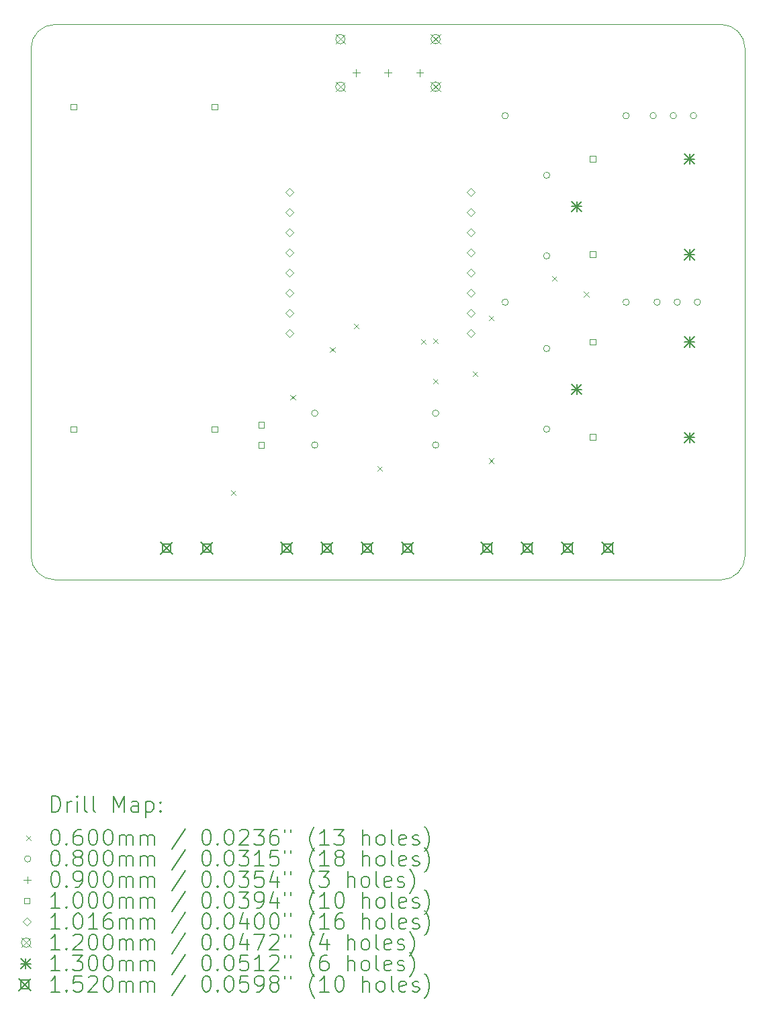
<source format=gbr>
%TF.GenerationSoftware,KiCad,Pcbnew,8.0.3-8.0.3-0~ubuntu22.04.1*%
%TF.CreationDate,2024-06-14T00:20:52-04:00*%
%TF.ProjectId,GarageDoor,47617261-6765-4446-9f6f-722e6b696361,rev?*%
%TF.SameCoordinates,Original*%
%TF.FileFunction,Drillmap*%
%TF.FilePolarity,Positive*%
%FSLAX45Y45*%
G04 Gerber Fmt 4.5, Leading zero omitted, Abs format (unit mm)*
G04 Created by KiCad (PCBNEW 8.0.3-8.0.3-0~ubuntu22.04.1) date 2024-06-14 00:20:52*
%MOMM*%
%LPD*%
G01*
G04 APERTURE LIST*
%ADD10C,0.050000*%
%ADD11C,0.200000*%
%ADD12C,0.100000*%
%ADD13C,0.101600*%
%ADD14C,0.120000*%
%ADD15C,0.130000*%
%ADD16C,0.152000*%
G04 APERTURE END LIST*
D10*
X11500000Y-2800000D02*
X11500000Y-9200000D01*
X2500000Y-2800000D02*
G75*
G02*
X2800000Y-2500000I300000J0D01*
G01*
X2500000Y-9200000D02*
X2500000Y-2800000D01*
X11500000Y-9200000D02*
G75*
G02*
X11200000Y-9500000I-300000J0D01*
G01*
X2800000Y-9500000D02*
G75*
G02*
X2500000Y-9200000I0J300000D01*
G01*
X11200000Y-2500000D02*
G75*
G02*
X11500000Y-2800000I0J-300000D01*
G01*
X2800000Y-2500000D02*
X11200000Y-2500000D01*
X11200000Y-9500000D02*
X2800000Y-9500000D01*
D11*
D12*
X5020000Y-8370000D02*
X5080000Y-8430000D01*
X5080000Y-8370000D02*
X5020000Y-8430000D01*
X5770000Y-7170000D02*
X5830000Y-7230000D01*
X5830000Y-7170000D02*
X5770000Y-7230000D01*
X6270000Y-6570000D02*
X6330000Y-6630000D01*
X6330000Y-6570000D02*
X6270000Y-6630000D01*
X6570000Y-6270000D02*
X6630000Y-6330000D01*
X6630000Y-6270000D02*
X6570000Y-6330000D01*
X6870000Y-8070000D02*
X6930000Y-8130000D01*
X6930000Y-8070000D02*
X6870000Y-8130000D01*
X7420000Y-6470000D02*
X7480000Y-6530000D01*
X7480000Y-6470000D02*
X7420000Y-6530000D01*
X7570000Y-6460000D02*
X7630000Y-6520000D01*
X7630000Y-6460000D02*
X7570000Y-6520000D01*
X7570000Y-6970000D02*
X7630000Y-7030000D01*
X7630000Y-6970000D02*
X7570000Y-7030000D01*
X8070000Y-6870000D02*
X8130000Y-6930000D01*
X8130000Y-6870000D02*
X8070000Y-6930000D01*
X8270000Y-6170000D02*
X8330000Y-6230000D01*
X8330000Y-6170000D02*
X8270000Y-6230000D01*
X8270000Y-7970000D02*
X8330000Y-8030000D01*
X8330000Y-7970000D02*
X8270000Y-8030000D01*
X9070000Y-5670000D02*
X9130000Y-5730000D01*
X9130000Y-5670000D02*
X9070000Y-5730000D01*
X9470000Y-5870000D02*
X9530000Y-5930000D01*
X9530000Y-5870000D02*
X9470000Y-5930000D01*
X6116000Y-7400000D02*
G75*
G02*
X6036000Y-7400000I-40000J0D01*
G01*
X6036000Y-7400000D02*
G75*
G02*
X6116000Y-7400000I40000J0D01*
G01*
X6116000Y-7800000D02*
G75*
G02*
X6036000Y-7800000I-40000J0D01*
G01*
X6036000Y-7800000D02*
G75*
G02*
X6116000Y-7800000I40000J0D01*
G01*
X7640000Y-7400000D02*
G75*
G02*
X7560000Y-7400000I-40000J0D01*
G01*
X7560000Y-7400000D02*
G75*
G02*
X7640000Y-7400000I40000J0D01*
G01*
X7640000Y-7800000D02*
G75*
G02*
X7560000Y-7800000I-40000J0D01*
G01*
X7560000Y-7800000D02*
G75*
G02*
X7640000Y-7800000I40000J0D01*
G01*
X8516000Y-3650000D02*
G75*
G02*
X8436000Y-3650000I-40000J0D01*
G01*
X8436000Y-3650000D02*
G75*
G02*
X8516000Y-3650000I40000J0D01*
G01*
X8516000Y-6000000D02*
G75*
G02*
X8436000Y-6000000I-40000J0D01*
G01*
X8436000Y-6000000D02*
G75*
G02*
X8516000Y-6000000I40000J0D01*
G01*
X9040000Y-4400000D02*
G75*
G02*
X8960000Y-4400000I-40000J0D01*
G01*
X8960000Y-4400000D02*
G75*
G02*
X9040000Y-4400000I40000J0D01*
G01*
X9040000Y-5416000D02*
G75*
G02*
X8960000Y-5416000I-40000J0D01*
G01*
X8960000Y-5416000D02*
G75*
G02*
X9040000Y-5416000I40000J0D01*
G01*
X9040000Y-6584000D02*
G75*
G02*
X8960000Y-6584000I-40000J0D01*
G01*
X8960000Y-6584000D02*
G75*
G02*
X9040000Y-6584000I40000J0D01*
G01*
X9040000Y-7600000D02*
G75*
G02*
X8960000Y-7600000I-40000J0D01*
G01*
X8960000Y-7600000D02*
G75*
G02*
X9040000Y-7600000I40000J0D01*
G01*
X10040000Y-3650000D02*
G75*
G02*
X9960000Y-3650000I-40000J0D01*
G01*
X9960000Y-3650000D02*
G75*
G02*
X10040000Y-3650000I40000J0D01*
G01*
X10040000Y-6000000D02*
G75*
G02*
X9960000Y-6000000I-40000J0D01*
G01*
X9960000Y-6000000D02*
G75*
G02*
X10040000Y-6000000I40000J0D01*
G01*
X10382000Y-3650000D02*
G75*
G02*
X10302000Y-3650000I-40000J0D01*
G01*
X10302000Y-3650000D02*
G75*
G02*
X10382000Y-3650000I40000J0D01*
G01*
X10432000Y-6000000D02*
G75*
G02*
X10352000Y-6000000I-40000J0D01*
G01*
X10352000Y-6000000D02*
G75*
G02*
X10432000Y-6000000I40000J0D01*
G01*
X10636000Y-3650000D02*
G75*
G02*
X10556000Y-3650000I-40000J0D01*
G01*
X10556000Y-3650000D02*
G75*
G02*
X10636000Y-3650000I40000J0D01*
G01*
X10686000Y-6000000D02*
G75*
G02*
X10606000Y-6000000I-40000J0D01*
G01*
X10606000Y-6000000D02*
G75*
G02*
X10686000Y-6000000I40000J0D01*
G01*
X10890000Y-3650000D02*
G75*
G02*
X10810000Y-3650000I-40000J0D01*
G01*
X10810000Y-3650000D02*
G75*
G02*
X10890000Y-3650000I40000J0D01*
G01*
X10940000Y-6000000D02*
G75*
G02*
X10860000Y-6000000I-40000J0D01*
G01*
X10860000Y-6000000D02*
G75*
G02*
X10940000Y-6000000I40000J0D01*
G01*
X6600000Y-3064000D02*
X6600000Y-3154000D01*
X6555000Y-3109000D02*
X6645000Y-3109000D01*
X7000000Y-3064000D02*
X7000000Y-3154000D01*
X6955000Y-3109000D02*
X7045000Y-3109000D01*
X7400000Y-3064000D02*
X7400000Y-3154000D01*
X7355000Y-3109000D02*
X7445000Y-3109000D01*
X3071356Y-3573356D02*
X3071356Y-3502644D01*
X3000644Y-3502644D01*
X3000644Y-3573356D01*
X3071356Y-3573356D01*
X3071356Y-7637356D02*
X3071356Y-7566644D01*
X3000644Y-7566644D01*
X3000644Y-7637356D01*
X3071356Y-7637356D01*
X4849356Y-3573356D02*
X4849356Y-3502644D01*
X4778644Y-3502644D01*
X4778644Y-3573356D01*
X4849356Y-3573356D01*
X4849356Y-7637356D02*
X4849356Y-7566644D01*
X4778644Y-7566644D01*
X4778644Y-7637356D01*
X4849356Y-7637356D01*
X5435356Y-7581356D02*
X5435356Y-7510644D01*
X5364644Y-7510644D01*
X5364644Y-7581356D01*
X5435356Y-7581356D01*
X5435356Y-7835356D02*
X5435356Y-7764644D01*
X5364644Y-7764644D01*
X5364644Y-7835356D01*
X5435356Y-7835356D01*
X9615356Y-4230356D02*
X9615356Y-4159644D01*
X9544644Y-4159644D01*
X9544644Y-4230356D01*
X9615356Y-4230356D01*
X9615356Y-5430356D02*
X9615356Y-5359644D01*
X9544644Y-5359644D01*
X9544644Y-5430356D01*
X9615356Y-5430356D01*
X9615356Y-6535356D02*
X9615356Y-6464644D01*
X9544644Y-6464644D01*
X9544644Y-6535356D01*
X9615356Y-6535356D01*
X9615356Y-7735356D02*
X9615356Y-7664644D01*
X9544644Y-7664644D01*
X9544644Y-7735356D01*
X9615356Y-7735356D01*
D13*
X5757000Y-4661800D02*
X5807800Y-4611000D01*
X5757000Y-4560200D01*
X5706200Y-4611000D01*
X5757000Y-4661800D01*
X5757000Y-4915800D02*
X5807800Y-4865000D01*
X5757000Y-4814200D01*
X5706200Y-4865000D01*
X5757000Y-4915800D01*
X5757000Y-5169800D02*
X5807800Y-5119000D01*
X5757000Y-5068200D01*
X5706200Y-5119000D01*
X5757000Y-5169800D01*
X5757000Y-5423800D02*
X5807800Y-5373000D01*
X5757000Y-5322200D01*
X5706200Y-5373000D01*
X5757000Y-5423800D01*
X5757000Y-5677800D02*
X5807800Y-5627000D01*
X5757000Y-5576200D01*
X5706200Y-5627000D01*
X5757000Y-5677800D01*
X5757000Y-5931800D02*
X5807800Y-5881000D01*
X5757000Y-5830200D01*
X5706200Y-5881000D01*
X5757000Y-5931800D01*
X5757000Y-6185800D02*
X5807800Y-6135000D01*
X5757000Y-6084200D01*
X5706200Y-6135000D01*
X5757000Y-6185800D01*
X5757000Y-6439800D02*
X5807800Y-6389000D01*
X5757000Y-6338200D01*
X5706200Y-6389000D01*
X5757000Y-6439800D01*
X8043000Y-4661800D02*
X8093800Y-4611000D01*
X8043000Y-4560200D01*
X7992200Y-4611000D01*
X8043000Y-4661800D01*
X8043000Y-4915800D02*
X8093800Y-4865000D01*
X8043000Y-4814200D01*
X7992200Y-4865000D01*
X8043000Y-4915800D01*
X8043000Y-5169800D02*
X8093800Y-5119000D01*
X8043000Y-5068200D01*
X7992200Y-5119000D01*
X8043000Y-5169800D01*
X8043000Y-5423800D02*
X8093800Y-5373000D01*
X8043000Y-5322200D01*
X7992200Y-5373000D01*
X8043000Y-5423800D01*
X8043000Y-5677800D02*
X8093800Y-5627000D01*
X8043000Y-5576200D01*
X7992200Y-5627000D01*
X8043000Y-5677800D01*
X8043000Y-5931800D02*
X8093800Y-5881000D01*
X8043000Y-5830200D01*
X7992200Y-5881000D01*
X8043000Y-5931800D01*
X8043000Y-6185800D02*
X8093800Y-6135000D01*
X8043000Y-6084200D01*
X7992200Y-6135000D01*
X8043000Y-6185800D01*
X8043000Y-6439800D02*
X8093800Y-6389000D01*
X8043000Y-6338200D01*
X7992200Y-6389000D01*
X8043000Y-6439800D01*
D14*
X6340000Y-2624000D02*
X6460000Y-2744000D01*
X6460000Y-2624000D02*
X6340000Y-2744000D01*
X6460000Y-2684000D02*
G75*
G02*
X6340000Y-2684000I-60000J0D01*
G01*
X6340000Y-2684000D02*
G75*
G02*
X6460000Y-2684000I60000J0D01*
G01*
X6340000Y-3224000D02*
X6460000Y-3344000D01*
X6460000Y-3224000D02*
X6340000Y-3344000D01*
X6460000Y-3284000D02*
G75*
G02*
X6340000Y-3284000I-60000J0D01*
G01*
X6340000Y-3284000D02*
G75*
G02*
X6460000Y-3284000I60000J0D01*
G01*
X7540000Y-2624000D02*
X7660000Y-2744000D01*
X7660000Y-2624000D02*
X7540000Y-2744000D01*
X7660000Y-2684000D02*
G75*
G02*
X7540000Y-2684000I-60000J0D01*
G01*
X7540000Y-2684000D02*
G75*
G02*
X7660000Y-2684000I60000J0D01*
G01*
X7540000Y-3224000D02*
X7660000Y-3344000D01*
X7660000Y-3224000D02*
X7540000Y-3344000D01*
X7660000Y-3284000D02*
G75*
G02*
X7540000Y-3284000I-60000J0D01*
G01*
X7540000Y-3284000D02*
G75*
G02*
X7660000Y-3284000I60000J0D01*
G01*
D15*
X9315000Y-4730000D02*
X9445000Y-4860000D01*
X9445000Y-4730000D02*
X9315000Y-4860000D01*
X9380000Y-4730000D02*
X9380000Y-4860000D01*
X9315000Y-4795000D02*
X9445000Y-4795000D01*
X9315000Y-7035000D02*
X9445000Y-7165000D01*
X9445000Y-7035000D02*
X9315000Y-7165000D01*
X9380000Y-7035000D02*
X9380000Y-7165000D01*
X9315000Y-7100000D02*
X9445000Y-7100000D01*
X10735000Y-4130000D02*
X10865000Y-4260000D01*
X10865000Y-4130000D02*
X10735000Y-4260000D01*
X10800000Y-4130000D02*
X10800000Y-4260000D01*
X10735000Y-4195000D02*
X10865000Y-4195000D01*
X10735000Y-5335000D02*
X10865000Y-5465000D01*
X10865000Y-5335000D02*
X10735000Y-5465000D01*
X10800000Y-5335000D02*
X10800000Y-5465000D01*
X10735000Y-5400000D02*
X10865000Y-5400000D01*
X10735000Y-6435000D02*
X10865000Y-6565000D01*
X10865000Y-6435000D02*
X10735000Y-6565000D01*
X10800000Y-6435000D02*
X10800000Y-6565000D01*
X10735000Y-6500000D02*
X10865000Y-6500000D01*
X10735000Y-7640000D02*
X10865000Y-7770000D01*
X10865000Y-7640000D02*
X10735000Y-7770000D01*
X10800000Y-7640000D02*
X10800000Y-7770000D01*
X10735000Y-7705000D02*
X10865000Y-7705000D01*
D16*
X4133000Y-9024000D02*
X4285000Y-9176000D01*
X4285000Y-9024000D02*
X4133000Y-9176000D01*
X4262741Y-9153741D02*
X4262741Y-9046259D01*
X4155259Y-9046259D01*
X4155259Y-9153741D01*
X4262741Y-9153741D01*
X4641000Y-9024000D02*
X4793000Y-9176000D01*
X4793000Y-9024000D02*
X4641000Y-9176000D01*
X4770741Y-9153741D02*
X4770741Y-9046259D01*
X4663259Y-9046259D01*
X4663259Y-9153741D01*
X4770741Y-9153741D01*
X5646000Y-9024000D02*
X5798000Y-9176000D01*
X5798000Y-9024000D02*
X5646000Y-9176000D01*
X5775741Y-9153741D02*
X5775741Y-9046259D01*
X5668259Y-9046259D01*
X5668259Y-9153741D01*
X5775741Y-9153741D01*
X6154000Y-9024000D02*
X6306000Y-9176000D01*
X6306000Y-9024000D02*
X6154000Y-9176000D01*
X6283741Y-9153741D02*
X6283741Y-9046259D01*
X6176259Y-9046259D01*
X6176259Y-9153741D01*
X6283741Y-9153741D01*
X6662000Y-9024000D02*
X6814000Y-9176000D01*
X6814000Y-9024000D02*
X6662000Y-9176000D01*
X6791741Y-9153741D02*
X6791741Y-9046259D01*
X6684259Y-9046259D01*
X6684259Y-9153741D01*
X6791741Y-9153741D01*
X7170000Y-9024000D02*
X7322000Y-9176000D01*
X7322000Y-9024000D02*
X7170000Y-9176000D01*
X7299741Y-9153741D02*
X7299741Y-9046259D01*
X7192259Y-9046259D01*
X7192259Y-9153741D01*
X7299741Y-9153741D01*
X8174000Y-9024000D02*
X8326000Y-9176000D01*
X8326000Y-9024000D02*
X8174000Y-9176000D01*
X8303741Y-9153741D02*
X8303741Y-9046259D01*
X8196259Y-9046259D01*
X8196259Y-9153741D01*
X8303741Y-9153741D01*
X8682000Y-9024000D02*
X8834000Y-9176000D01*
X8834000Y-9024000D02*
X8682000Y-9176000D01*
X8811741Y-9153741D02*
X8811741Y-9046259D01*
X8704259Y-9046259D01*
X8704259Y-9153741D01*
X8811741Y-9153741D01*
X9190000Y-9024000D02*
X9342000Y-9176000D01*
X9342000Y-9024000D02*
X9190000Y-9176000D01*
X9319741Y-9153741D02*
X9319741Y-9046259D01*
X9212259Y-9046259D01*
X9212259Y-9153741D01*
X9319741Y-9153741D01*
X9698000Y-9024000D02*
X9850000Y-9176000D01*
X9850000Y-9024000D02*
X9698000Y-9176000D01*
X9827741Y-9153741D02*
X9827741Y-9046259D01*
X9720259Y-9046259D01*
X9720259Y-9153741D01*
X9827741Y-9153741D01*
D11*
X2758277Y-12424984D02*
X2758277Y-12224984D01*
X2758277Y-12224984D02*
X2805896Y-12224984D01*
X2805896Y-12224984D02*
X2834467Y-12234508D01*
X2834467Y-12234508D02*
X2853515Y-12253555D01*
X2853515Y-12253555D02*
X2863039Y-12272603D01*
X2863039Y-12272603D02*
X2872562Y-12310698D01*
X2872562Y-12310698D02*
X2872562Y-12339269D01*
X2872562Y-12339269D02*
X2863039Y-12377365D01*
X2863039Y-12377365D02*
X2853515Y-12396412D01*
X2853515Y-12396412D02*
X2834467Y-12415460D01*
X2834467Y-12415460D02*
X2805896Y-12424984D01*
X2805896Y-12424984D02*
X2758277Y-12424984D01*
X2958277Y-12424984D02*
X2958277Y-12291650D01*
X2958277Y-12329746D02*
X2967801Y-12310698D01*
X2967801Y-12310698D02*
X2977324Y-12301174D01*
X2977324Y-12301174D02*
X2996372Y-12291650D01*
X2996372Y-12291650D02*
X3015420Y-12291650D01*
X3082086Y-12424984D02*
X3082086Y-12291650D01*
X3082086Y-12224984D02*
X3072562Y-12234508D01*
X3072562Y-12234508D02*
X3082086Y-12244031D01*
X3082086Y-12244031D02*
X3091610Y-12234508D01*
X3091610Y-12234508D02*
X3082086Y-12224984D01*
X3082086Y-12224984D02*
X3082086Y-12244031D01*
X3205896Y-12424984D02*
X3186848Y-12415460D01*
X3186848Y-12415460D02*
X3177324Y-12396412D01*
X3177324Y-12396412D02*
X3177324Y-12224984D01*
X3310658Y-12424984D02*
X3291610Y-12415460D01*
X3291610Y-12415460D02*
X3282086Y-12396412D01*
X3282086Y-12396412D02*
X3282086Y-12224984D01*
X3539229Y-12424984D02*
X3539229Y-12224984D01*
X3539229Y-12224984D02*
X3605896Y-12367841D01*
X3605896Y-12367841D02*
X3672562Y-12224984D01*
X3672562Y-12224984D02*
X3672562Y-12424984D01*
X3853515Y-12424984D02*
X3853515Y-12320222D01*
X3853515Y-12320222D02*
X3843991Y-12301174D01*
X3843991Y-12301174D02*
X3824943Y-12291650D01*
X3824943Y-12291650D02*
X3786848Y-12291650D01*
X3786848Y-12291650D02*
X3767801Y-12301174D01*
X3853515Y-12415460D02*
X3834467Y-12424984D01*
X3834467Y-12424984D02*
X3786848Y-12424984D01*
X3786848Y-12424984D02*
X3767801Y-12415460D01*
X3767801Y-12415460D02*
X3758277Y-12396412D01*
X3758277Y-12396412D02*
X3758277Y-12377365D01*
X3758277Y-12377365D02*
X3767801Y-12358317D01*
X3767801Y-12358317D02*
X3786848Y-12348793D01*
X3786848Y-12348793D02*
X3834467Y-12348793D01*
X3834467Y-12348793D02*
X3853515Y-12339269D01*
X3948753Y-12291650D02*
X3948753Y-12491650D01*
X3948753Y-12301174D02*
X3967801Y-12291650D01*
X3967801Y-12291650D02*
X4005896Y-12291650D01*
X4005896Y-12291650D02*
X4024943Y-12301174D01*
X4024943Y-12301174D02*
X4034467Y-12310698D01*
X4034467Y-12310698D02*
X4043991Y-12329746D01*
X4043991Y-12329746D02*
X4043991Y-12386888D01*
X4043991Y-12386888D02*
X4034467Y-12405936D01*
X4034467Y-12405936D02*
X4024943Y-12415460D01*
X4024943Y-12415460D02*
X4005896Y-12424984D01*
X4005896Y-12424984D02*
X3967801Y-12424984D01*
X3967801Y-12424984D02*
X3948753Y-12415460D01*
X4129705Y-12405936D02*
X4139229Y-12415460D01*
X4139229Y-12415460D02*
X4129705Y-12424984D01*
X4129705Y-12424984D02*
X4120182Y-12415460D01*
X4120182Y-12415460D02*
X4129705Y-12405936D01*
X4129705Y-12405936D02*
X4129705Y-12424984D01*
X4129705Y-12301174D02*
X4139229Y-12310698D01*
X4139229Y-12310698D02*
X4129705Y-12320222D01*
X4129705Y-12320222D02*
X4120182Y-12310698D01*
X4120182Y-12310698D02*
X4129705Y-12301174D01*
X4129705Y-12301174D02*
X4129705Y-12320222D01*
D12*
X2437500Y-12723500D02*
X2497500Y-12783500D01*
X2497500Y-12723500D02*
X2437500Y-12783500D01*
D11*
X2796372Y-12644984D02*
X2815420Y-12644984D01*
X2815420Y-12644984D02*
X2834467Y-12654508D01*
X2834467Y-12654508D02*
X2843991Y-12664031D01*
X2843991Y-12664031D02*
X2853515Y-12683079D01*
X2853515Y-12683079D02*
X2863039Y-12721174D01*
X2863039Y-12721174D02*
X2863039Y-12768793D01*
X2863039Y-12768793D02*
X2853515Y-12806888D01*
X2853515Y-12806888D02*
X2843991Y-12825936D01*
X2843991Y-12825936D02*
X2834467Y-12835460D01*
X2834467Y-12835460D02*
X2815420Y-12844984D01*
X2815420Y-12844984D02*
X2796372Y-12844984D01*
X2796372Y-12844984D02*
X2777324Y-12835460D01*
X2777324Y-12835460D02*
X2767801Y-12825936D01*
X2767801Y-12825936D02*
X2758277Y-12806888D01*
X2758277Y-12806888D02*
X2748753Y-12768793D01*
X2748753Y-12768793D02*
X2748753Y-12721174D01*
X2748753Y-12721174D02*
X2758277Y-12683079D01*
X2758277Y-12683079D02*
X2767801Y-12664031D01*
X2767801Y-12664031D02*
X2777324Y-12654508D01*
X2777324Y-12654508D02*
X2796372Y-12644984D01*
X2948753Y-12825936D02*
X2958277Y-12835460D01*
X2958277Y-12835460D02*
X2948753Y-12844984D01*
X2948753Y-12844984D02*
X2939229Y-12835460D01*
X2939229Y-12835460D02*
X2948753Y-12825936D01*
X2948753Y-12825936D02*
X2948753Y-12844984D01*
X3129705Y-12644984D02*
X3091610Y-12644984D01*
X3091610Y-12644984D02*
X3072562Y-12654508D01*
X3072562Y-12654508D02*
X3063039Y-12664031D01*
X3063039Y-12664031D02*
X3043991Y-12692603D01*
X3043991Y-12692603D02*
X3034467Y-12730698D01*
X3034467Y-12730698D02*
X3034467Y-12806888D01*
X3034467Y-12806888D02*
X3043991Y-12825936D01*
X3043991Y-12825936D02*
X3053515Y-12835460D01*
X3053515Y-12835460D02*
X3072562Y-12844984D01*
X3072562Y-12844984D02*
X3110658Y-12844984D01*
X3110658Y-12844984D02*
X3129705Y-12835460D01*
X3129705Y-12835460D02*
X3139229Y-12825936D01*
X3139229Y-12825936D02*
X3148753Y-12806888D01*
X3148753Y-12806888D02*
X3148753Y-12759269D01*
X3148753Y-12759269D02*
X3139229Y-12740222D01*
X3139229Y-12740222D02*
X3129705Y-12730698D01*
X3129705Y-12730698D02*
X3110658Y-12721174D01*
X3110658Y-12721174D02*
X3072562Y-12721174D01*
X3072562Y-12721174D02*
X3053515Y-12730698D01*
X3053515Y-12730698D02*
X3043991Y-12740222D01*
X3043991Y-12740222D02*
X3034467Y-12759269D01*
X3272562Y-12644984D02*
X3291610Y-12644984D01*
X3291610Y-12644984D02*
X3310658Y-12654508D01*
X3310658Y-12654508D02*
X3320182Y-12664031D01*
X3320182Y-12664031D02*
X3329705Y-12683079D01*
X3329705Y-12683079D02*
X3339229Y-12721174D01*
X3339229Y-12721174D02*
X3339229Y-12768793D01*
X3339229Y-12768793D02*
X3329705Y-12806888D01*
X3329705Y-12806888D02*
X3320182Y-12825936D01*
X3320182Y-12825936D02*
X3310658Y-12835460D01*
X3310658Y-12835460D02*
X3291610Y-12844984D01*
X3291610Y-12844984D02*
X3272562Y-12844984D01*
X3272562Y-12844984D02*
X3253515Y-12835460D01*
X3253515Y-12835460D02*
X3243991Y-12825936D01*
X3243991Y-12825936D02*
X3234467Y-12806888D01*
X3234467Y-12806888D02*
X3224943Y-12768793D01*
X3224943Y-12768793D02*
X3224943Y-12721174D01*
X3224943Y-12721174D02*
X3234467Y-12683079D01*
X3234467Y-12683079D02*
X3243991Y-12664031D01*
X3243991Y-12664031D02*
X3253515Y-12654508D01*
X3253515Y-12654508D02*
X3272562Y-12644984D01*
X3463039Y-12644984D02*
X3482086Y-12644984D01*
X3482086Y-12644984D02*
X3501134Y-12654508D01*
X3501134Y-12654508D02*
X3510658Y-12664031D01*
X3510658Y-12664031D02*
X3520182Y-12683079D01*
X3520182Y-12683079D02*
X3529705Y-12721174D01*
X3529705Y-12721174D02*
X3529705Y-12768793D01*
X3529705Y-12768793D02*
X3520182Y-12806888D01*
X3520182Y-12806888D02*
X3510658Y-12825936D01*
X3510658Y-12825936D02*
X3501134Y-12835460D01*
X3501134Y-12835460D02*
X3482086Y-12844984D01*
X3482086Y-12844984D02*
X3463039Y-12844984D01*
X3463039Y-12844984D02*
X3443991Y-12835460D01*
X3443991Y-12835460D02*
X3434467Y-12825936D01*
X3434467Y-12825936D02*
X3424943Y-12806888D01*
X3424943Y-12806888D02*
X3415420Y-12768793D01*
X3415420Y-12768793D02*
X3415420Y-12721174D01*
X3415420Y-12721174D02*
X3424943Y-12683079D01*
X3424943Y-12683079D02*
X3434467Y-12664031D01*
X3434467Y-12664031D02*
X3443991Y-12654508D01*
X3443991Y-12654508D02*
X3463039Y-12644984D01*
X3615420Y-12844984D02*
X3615420Y-12711650D01*
X3615420Y-12730698D02*
X3624943Y-12721174D01*
X3624943Y-12721174D02*
X3643991Y-12711650D01*
X3643991Y-12711650D02*
X3672563Y-12711650D01*
X3672563Y-12711650D02*
X3691610Y-12721174D01*
X3691610Y-12721174D02*
X3701134Y-12740222D01*
X3701134Y-12740222D02*
X3701134Y-12844984D01*
X3701134Y-12740222D02*
X3710658Y-12721174D01*
X3710658Y-12721174D02*
X3729705Y-12711650D01*
X3729705Y-12711650D02*
X3758277Y-12711650D01*
X3758277Y-12711650D02*
X3777324Y-12721174D01*
X3777324Y-12721174D02*
X3786848Y-12740222D01*
X3786848Y-12740222D02*
X3786848Y-12844984D01*
X3882086Y-12844984D02*
X3882086Y-12711650D01*
X3882086Y-12730698D02*
X3891610Y-12721174D01*
X3891610Y-12721174D02*
X3910658Y-12711650D01*
X3910658Y-12711650D02*
X3939229Y-12711650D01*
X3939229Y-12711650D02*
X3958277Y-12721174D01*
X3958277Y-12721174D02*
X3967801Y-12740222D01*
X3967801Y-12740222D02*
X3967801Y-12844984D01*
X3967801Y-12740222D02*
X3977324Y-12721174D01*
X3977324Y-12721174D02*
X3996372Y-12711650D01*
X3996372Y-12711650D02*
X4024943Y-12711650D01*
X4024943Y-12711650D02*
X4043991Y-12721174D01*
X4043991Y-12721174D02*
X4053515Y-12740222D01*
X4053515Y-12740222D02*
X4053515Y-12844984D01*
X4443991Y-12635460D02*
X4272563Y-12892603D01*
X4701134Y-12644984D02*
X4720182Y-12644984D01*
X4720182Y-12644984D02*
X4739229Y-12654508D01*
X4739229Y-12654508D02*
X4748753Y-12664031D01*
X4748753Y-12664031D02*
X4758277Y-12683079D01*
X4758277Y-12683079D02*
X4767801Y-12721174D01*
X4767801Y-12721174D02*
X4767801Y-12768793D01*
X4767801Y-12768793D02*
X4758277Y-12806888D01*
X4758277Y-12806888D02*
X4748753Y-12825936D01*
X4748753Y-12825936D02*
X4739229Y-12835460D01*
X4739229Y-12835460D02*
X4720182Y-12844984D01*
X4720182Y-12844984D02*
X4701134Y-12844984D01*
X4701134Y-12844984D02*
X4682087Y-12835460D01*
X4682087Y-12835460D02*
X4672563Y-12825936D01*
X4672563Y-12825936D02*
X4663039Y-12806888D01*
X4663039Y-12806888D02*
X4653515Y-12768793D01*
X4653515Y-12768793D02*
X4653515Y-12721174D01*
X4653515Y-12721174D02*
X4663039Y-12683079D01*
X4663039Y-12683079D02*
X4672563Y-12664031D01*
X4672563Y-12664031D02*
X4682087Y-12654508D01*
X4682087Y-12654508D02*
X4701134Y-12644984D01*
X4853515Y-12825936D02*
X4863039Y-12835460D01*
X4863039Y-12835460D02*
X4853515Y-12844984D01*
X4853515Y-12844984D02*
X4843991Y-12835460D01*
X4843991Y-12835460D02*
X4853515Y-12825936D01*
X4853515Y-12825936D02*
X4853515Y-12844984D01*
X4986848Y-12644984D02*
X5005896Y-12644984D01*
X5005896Y-12644984D02*
X5024944Y-12654508D01*
X5024944Y-12654508D02*
X5034468Y-12664031D01*
X5034468Y-12664031D02*
X5043991Y-12683079D01*
X5043991Y-12683079D02*
X5053515Y-12721174D01*
X5053515Y-12721174D02*
X5053515Y-12768793D01*
X5053515Y-12768793D02*
X5043991Y-12806888D01*
X5043991Y-12806888D02*
X5034468Y-12825936D01*
X5034468Y-12825936D02*
X5024944Y-12835460D01*
X5024944Y-12835460D02*
X5005896Y-12844984D01*
X5005896Y-12844984D02*
X4986848Y-12844984D01*
X4986848Y-12844984D02*
X4967801Y-12835460D01*
X4967801Y-12835460D02*
X4958277Y-12825936D01*
X4958277Y-12825936D02*
X4948753Y-12806888D01*
X4948753Y-12806888D02*
X4939229Y-12768793D01*
X4939229Y-12768793D02*
X4939229Y-12721174D01*
X4939229Y-12721174D02*
X4948753Y-12683079D01*
X4948753Y-12683079D02*
X4958277Y-12664031D01*
X4958277Y-12664031D02*
X4967801Y-12654508D01*
X4967801Y-12654508D02*
X4986848Y-12644984D01*
X5129706Y-12664031D02*
X5139229Y-12654508D01*
X5139229Y-12654508D02*
X5158277Y-12644984D01*
X5158277Y-12644984D02*
X5205896Y-12644984D01*
X5205896Y-12644984D02*
X5224944Y-12654508D01*
X5224944Y-12654508D02*
X5234468Y-12664031D01*
X5234468Y-12664031D02*
X5243991Y-12683079D01*
X5243991Y-12683079D02*
X5243991Y-12702127D01*
X5243991Y-12702127D02*
X5234468Y-12730698D01*
X5234468Y-12730698D02*
X5120182Y-12844984D01*
X5120182Y-12844984D02*
X5243991Y-12844984D01*
X5310658Y-12644984D02*
X5434468Y-12644984D01*
X5434468Y-12644984D02*
X5367801Y-12721174D01*
X5367801Y-12721174D02*
X5396372Y-12721174D01*
X5396372Y-12721174D02*
X5415420Y-12730698D01*
X5415420Y-12730698D02*
X5424944Y-12740222D01*
X5424944Y-12740222D02*
X5434468Y-12759269D01*
X5434468Y-12759269D02*
X5434468Y-12806888D01*
X5434468Y-12806888D02*
X5424944Y-12825936D01*
X5424944Y-12825936D02*
X5415420Y-12835460D01*
X5415420Y-12835460D02*
X5396372Y-12844984D01*
X5396372Y-12844984D02*
X5339229Y-12844984D01*
X5339229Y-12844984D02*
X5320182Y-12835460D01*
X5320182Y-12835460D02*
X5310658Y-12825936D01*
X5605896Y-12644984D02*
X5567801Y-12644984D01*
X5567801Y-12644984D02*
X5548753Y-12654508D01*
X5548753Y-12654508D02*
X5539229Y-12664031D01*
X5539229Y-12664031D02*
X5520182Y-12692603D01*
X5520182Y-12692603D02*
X5510658Y-12730698D01*
X5510658Y-12730698D02*
X5510658Y-12806888D01*
X5510658Y-12806888D02*
X5520182Y-12825936D01*
X5520182Y-12825936D02*
X5529706Y-12835460D01*
X5529706Y-12835460D02*
X5548753Y-12844984D01*
X5548753Y-12844984D02*
X5586849Y-12844984D01*
X5586849Y-12844984D02*
X5605896Y-12835460D01*
X5605896Y-12835460D02*
X5615420Y-12825936D01*
X5615420Y-12825936D02*
X5624944Y-12806888D01*
X5624944Y-12806888D02*
X5624944Y-12759269D01*
X5624944Y-12759269D02*
X5615420Y-12740222D01*
X5615420Y-12740222D02*
X5605896Y-12730698D01*
X5605896Y-12730698D02*
X5586849Y-12721174D01*
X5586849Y-12721174D02*
X5548753Y-12721174D01*
X5548753Y-12721174D02*
X5529706Y-12730698D01*
X5529706Y-12730698D02*
X5520182Y-12740222D01*
X5520182Y-12740222D02*
X5510658Y-12759269D01*
X5701134Y-12644984D02*
X5701134Y-12683079D01*
X5777325Y-12644984D02*
X5777325Y-12683079D01*
X6072563Y-12921174D02*
X6063039Y-12911650D01*
X6063039Y-12911650D02*
X6043991Y-12883079D01*
X6043991Y-12883079D02*
X6034468Y-12864031D01*
X6034468Y-12864031D02*
X6024944Y-12835460D01*
X6024944Y-12835460D02*
X6015420Y-12787841D01*
X6015420Y-12787841D02*
X6015420Y-12749746D01*
X6015420Y-12749746D02*
X6024944Y-12702127D01*
X6024944Y-12702127D02*
X6034468Y-12673555D01*
X6034468Y-12673555D02*
X6043991Y-12654508D01*
X6043991Y-12654508D02*
X6063039Y-12625936D01*
X6063039Y-12625936D02*
X6072563Y-12616412D01*
X6253515Y-12844984D02*
X6139229Y-12844984D01*
X6196372Y-12844984D02*
X6196372Y-12644984D01*
X6196372Y-12644984D02*
X6177325Y-12673555D01*
X6177325Y-12673555D02*
X6158277Y-12692603D01*
X6158277Y-12692603D02*
X6139229Y-12702127D01*
X6320182Y-12644984D02*
X6443991Y-12644984D01*
X6443991Y-12644984D02*
X6377325Y-12721174D01*
X6377325Y-12721174D02*
X6405896Y-12721174D01*
X6405896Y-12721174D02*
X6424944Y-12730698D01*
X6424944Y-12730698D02*
X6434468Y-12740222D01*
X6434468Y-12740222D02*
X6443991Y-12759269D01*
X6443991Y-12759269D02*
X6443991Y-12806888D01*
X6443991Y-12806888D02*
X6434468Y-12825936D01*
X6434468Y-12825936D02*
X6424944Y-12835460D01*
X6424944Y-12835460D02*
X6405896Y-12844984D01*
X6405896Y-12844984D02*
X6348753Y-12844984D01*
X6348753Y-12844984D02*
X6329706Y-12835460D01*
X6329706Y-12835460D02*
X6320182Y-12825936D01*
X6682087Y-12844984D02*
X6682087Y-12644984D01*
X6767801Y-12844984D02*
X6767801Y-12740222D01*
X6767801Y-12740222D02*
X6758277Y-12721174D01*
X6758277Y-12721174D02*
X6739230Y-12711650D01*
X6739230Y-12711650D02*
X6710658Y-12711650D01*
X6710658Y-12711650D02*
X6691610Y-12721174D01*
X6691610Y-12721174D02*
X6682087Y-12730698D01*
X6891610Y-12844984D02*
X6872563Y-12835460D01*
X6872563Y-12835460D02*
X6863039Y-12825936D01*
X6863039Y-12825936D02*
X6853515Y-12806888D01*
X6853515Y-12806888D02*
X6853515Y-12749746D01*
X6853515Y-12749746D02*
X6863039Y-12730698D01*
X6863039Y-12730698D02*
X6872563Y-12721174D01*
X6872563Y-12721174D02*
X6891610Y-12711650D01*
X6891610Y-12711650D02*
X6920182Y-12711650D01*
X6920182Y-12711650D02*
X6939230Y-12721174D01*
X6939230Y-12721174D02*
X6948753Y-12730698D01*
X6948753Y-12730698D02*
X6958277Y-12749746D01*
X6958277Y-12749746D02*
X6958277Y-12806888D01*
X6958277Y-12806888D02*
X6948753Y-12825936D01*
X6948753Y-12825936D02*
X6939230Y-12835460D01*
X6939230Y-12835460D02*
X6920182Y-12844984D01*
X6920182Y-12844984D02*
X6891610Y-12844984D01*
X7072563Y-12844984D02*
X7053515Y-12835460D01*
X7053515Y-12835460D02*
X7043991Y-12816412D01*
X7043991Y-12816412D02*
X7043991Y-12644984D01*
X7224944Y-12835460D02*
X7205896Y-12844984D01*
X7205896Y-12844984D02*
X7167801Y-12844984D01*
X7167801Y-12844984D02*
X7148753Y-12835460D01*
X7148753Y-12835460D02*
X7139230Y-12816412D01*
X7139230Y-12816412D02*
X7139230Y-12740222D01*
X7139230Y-12740222D02*
X7148753Y-12721174D01*
X7148753Y-12721174D02*
X7167801Y-12711650D01*
X7167801Y-12711650D02*
X7205896Y-12711650D01*
X7205896Y-12711650D02*
X7224944Y-12721174D01*
X7224944Y-12721174D02*
X7234468Y-12740222D01*
X7234468Y-12740222D02*
X7234468Y-12759269D01*
X7234468Y-12759269D02*
X7139230Y-12778317D01*
X7310658Y-12835460D02*
X7329706Y-12844984D01*
X7329706Y-12844984D02*
X7367801Y-12844984D01*
X7367801Y-12844984D02*
X7386849Y-12835460D01*
X7386849Y-12835460D02*
X7396372Y-12816412D01*
X7396372Y-12816412D02*
X7396372Y-12806888D01*
X7396372Y-12806888D02*
X7386849Y-12787841D01*
X7386849Y-12787841D02*
X7367801Y-12778317D01*
X7367801Y-12778317D02*
X7339230Y-12778317D01*
X7339230Y-12778317D02*
X7320182Y-12768793D01*
X7320182Y-12768793D02*
X7310658Y-12749746D01*
X7310658Y-12749746D02*
X7310658Y-12740222D01*
X7310658Y-12740222D02*
X7320182Y-12721174D01*
X7320182Y-12721174D02*
X7339230Y-12711650D01*
X7339230Y-12711650D02*
X7367801Y-12711650D01*
X7367801Y-12711650D02*
X7386849Y-12721174D01*
X7463039Y-12921174D02*
X7472563Y-12911650D01*
X7472563Y-12911650D02*
X7491611Y-12883079D01*
X7491611Y-12883079D02*
X7501134Y-12864031D01*
X7501134Y-12864031D02*
X7510658Y-12835460D01*
X7510658Y-12835460D02*
X7520182Y-12787841D01*
X7520182Y-12787841D02*
X7520182Y-12749746D01*
X7520182Y-12749746D02*
X7510658Y-12702127D01*
X7510658Y-12702127D02*
X7501134Y-12673555D01*
X7501134Y-12673555D02*
X7491611Y-12654508D01*
X7491611Y-12654508D02*
X7472563Y-12625936D01*
X7472563Y-12625936D02*
X7463039Y-12616412D01*
D12*
X2497500Y-13017500D02*
G75*
G02*
X2417500Y-13017500I-40000J0D01*
G01*
X2417500Y-13017500D02*
G75*
G02*
X2497500Y-13017500I40000J0D01*
G01*
D11*
X2796372Y-12908984D02*
X2815420Y-12908984D01*
X2815420Y-12908984D02*
X2834467Y-12918508D01*
X2834467Y-12918508D02*
X2843991Y-12928031D01*
X2843991Y-12928031D02*
X2853515Y-12947079D01*
X2853515Y-12947079D02*
X2863039Y-12985174D01*
X2863039Y-12985174D02*
X2863039Y-13032793D01*
X2863039Y-13032793D02*
X2853515Y-13070888D01*
X2853515Y-13070888D02*
X2843991Y-13089936D01*
X2843991Y-13089936D02*
X2834467Y-13099460D01*
X2834467Y-13099460D02*
X2815420Y-13108984D01*
X2815420Y-13108984D02*
X2796372Y-13108984D01*
X2796372Y-13108984D02*
X2777324Y-13099460D01*
X2777324Y-13099460D02*
X2767801Y-13089936D01*
X2767801Y-13089936D02*
X2758277Y-13070888D01*
X2758277Y-13070888D02*
X2748753Y-13032793D01*
X2748753Y-13032793D02*
X2748753Y-12985174D01*
X2748753Y-12985174D02*
X2758277Y-12947079D01*
X2758277Y-12947079D02*
X2767801Y-12928031D01*
X2767801Y-12928031D02*
X2777324Y-12918508D01*
X2777324Y-12918508D02*
X2796372Y-12908984D01*
X2948753Y-13089936D02*
X2958277Y-13099460D01*
X2958277Y-13099460D02*
X2948753Y-13108984D01*
X2948753Y-13108984D02*
X2939229Y-13099460D01*
X2939229Y-13099460D02*
X2948753Y-13089936D01*
X2948753Y-13089936D02*
X2948753Y-13108984D01*
X3072562Y-12994698D02*
X3053515Y-12985174D01*
X3053515Y-12985174D02*
X3043991Y-12975650D01*
X3043991Y-12975650D02*
X3034467Y-12956603D01*
X3034467Y-12956603D02*
X3034467Y-12947079D01*
X3034467Y-12947079D02*
X3043991Y-12928031D01*
X3043991Y-12928031D02*
X3053515Y-12918508D01*
X3053515Y-12918508D02*
X3072562Y-12908984D01*
X3072562Y-12908984D02*
X3110658Y-12908984D01*
X3110658Y-12908984D02*
X3129705Y-12918508D01*
X3129705Y-12918508D02*
X3139229Y-12928031D01*
X3139229Y-12928031D02*
X3148753Y-12947079D01*
X3148753Y-12947079D02*
X3148753Y-12956603D01*
X3148753Y-12956603D02*
X3139229Y-12975650D01*
X3139229Y-12975650D02*
X3129705Y-12985174D01*
X3129705Y-12985174D02*
X3110658Y-12994698D01*
X3110658Y-12994698D02*
X3072562Y-12994698D01*
X3072562Y-12994698D02*
X3053515Y-13004222D01*
X3053515Y-13004222D02*
X3043991Y-13013746D01*
X3043991Y-13013746D02*
X3034467Y-13032793D01*
X3034467Y-13032793D02*
X3034467Y-13070888D01*
X3034467Y-13070888D02*
X3043991Y-13089936D01*
X3043991Y-13089936D02*
X3053515Y-13099460D01*
X3053515Y-13099460D02*
X3072562Y-13108984D01*
X3072562Y-13108984D02*
X3110658Y-13108984D01*
X3110658Y-13108984D02*
X3129705Y-13099460D01*
X3129705Y-13099460D02*
X3139229Y-13089936D01*
X3139229Y-13089936D02*
X3148753Y-13070888D01*
X3148753Y-13070888D02*
X3148753Y-13032793D01*
X3148753Y-13032793D02*
X3139229Y-13013746D01*
X3139229Y-13013746D02*
X3129705Y-13004222D01*
X3129705Y-13004222D02*
X3110658Y-12994698D01*
X3272562Y-12908984D02*
X3291610Y-12908984D01*
X3291610Y-12908984D02*
X3310658Y-12918508D01*
X3310658Y-12918508D02*
X3320182Y-12928031D01*
X3320182Y-12928031D02*
X3329705Y-12947079D01*
X3329705Y-12947079D02*
X3339229Y-12985174D01*
X3339229Y-12985174D02*
X3339229Y-13032793D01*
X3339229Y-13032793D02*
X3329705Y-13070888D01*
X3329705Y-13070888D02*
X3320182Y-13089936D01*
X3320182Y-13089936D02*
X3310658Y-13099460D01*
X3310658Y-13099460D02*
X3291610Y-13108984D01*
X3291610Y-13108984D02*
X3272562Y-13108984D01*
X3272562Y-13108984D02*
X3253515Y-13099460D01*
X3253515Y-13099460D02*
X3243991Y-13089936D01*
X3243991Y-13089936D02*
X3234467Y-13070888D01*
X3234467Y-13070888D02*
X3224943Y-13032793D01*
X3224943Y-13032793D02*
X3224943Y-12985174D01*
X3224943Y-12985174D02*
X3234467Y-12947079D01*
X3234467Y-12947079D02*
X3243991Y-12928031D01*
X3243991Y-12928031D02*
X3253515Y-12918508D01*
X3253515Y-12918508D02*
X3272562Y-12908984D01*
X3463039Y-12908984D02*
X3482086Y-12908984D01*
X3482086Y-12908984D02*
X3501134Y-12918508D01*
X3501134Y-12918508D02*
X3510658Y-12928031D01*
X3510658Y-12928031D02*
X3520182Y-12947079D01*
X3520182Y-12947079D02*
X3529705Y-12985174D01*
X3529705Y-12985174D02*
X3529705Y-13032793D01*
X3529705Y-13032793D02*
X3520182Y-13070888D01*
X3520182Y-13070888D02*
X3510658Y-13089936D01*
X3510658Y-13089936D02*
X3501134Y-13099460D01*
X3501134Y-13099460D02*
X3482086Y-13108984D01*
X3482086Y-13108984D02*
X3463039Y-13108984D01*
X3463039Y-13108984D02*
X3443991Y-13099460D01*
X3443991Y-13099460D02*
X3434467Y-13089936D01*
X3434467Y-13089936D02*
X3424943Y-13070888D01*
X3424943Y-13070888D02*
X3415420Y-13032793D01*
X3415420Y-13032793D02*
X3415420Y-12985174D01*
X3415420Y-12985174D02*
X3424943Y-12947079D01*
X3424943Y-12947079D02*
X3434467Y-12928031D01*
X3434467Y-12928031D02*
X3443991Y-12918508D01*
X3443991Y-12918508D02*
X3463039Y-12908984D01*
X3615420Y-13108984D02*
X3615420Y-12975650D01*
X3615420Y-12994698D02*
X3624943Y-12985174D01*
X3624943Y-12985174D02*
X3643991Y-12975650D01*
X3643991Y-12975650D02*
X3672563Y-12975650D01*
X3672563Y-12975650D02*
X3691610Y-12985174D01*
X3691610Y-12985174D02*
X3701134Y-13004222D01*
X3701134Y-13004222D02*
X3701134Y-13108984D01*
X3701134Y-13004222D02*
X3710658Y-12985174D01*
X3710658Y-12985174D02*
X3729705Y-12975650D01*
X3729705Y-12975650D02*
X3758277Y-12975650D01*
X3758277Y-12975650D02*
X3777324Y-12985174D01*
X3777324Y-12985174D02*
X3786848Y-13004222D01*
X3786848Y-13004222D02*
X3786848Y-13108984D01*
X3882086Y-13108984D02*
X3882086Y-12975650D01*
X3882086Y-12994698D02*
X3891610Y-12985174D01*
X3891610Y-12985174D02*
X3910658Y-12975650D01*
X3910658Y-12975650D02*
X3939229Y-12975650D01*
X3939229Y-12975650D02*
X3958277Y-12985174D01*
X3958277Y-12985174D02*
X3967801Y-13004222D01*
X3967801Y-13004222D02*
X3967801Y-13108984D01*
X3967801Y-13004222D02*
X3977324Y-12985174D01*
X3977324Y-12985174D02*
X3996372Y-12975650D01*
X3996372Y-12975650D02*
X4024943Y-12975650D01*
X4024943Y-12975650D02*
X4043991Y-12985174D01*
X4043991Y-12985174D02*
X4053515Y-13004222D01*
X4053515Y-13004222D02*
X4053515Y-13108984D01*
X4443991Y-12899460D02*
X4272563Y-13156603D01*
X4701134Y-12908984D02*
X4720182Y-12908984D01*
X4720182Y-12908984D02*
X4739229Y-12918508D01*
X4739229Y-12918508D02*
X4748753Y-12928031D01*
X4748753Y-12928031D02*
X4758277Y-12947079D01*
X4758277Y-12947079D02*
X4767801Y-12985174D01*
X4767801Y-12985174D02*
X4767801Y-13032793D01*
X4767801Y-13032793D02*
X4758277Y-13070888D01*
X4758277Y-13070888D02*
X4748753Y-13089936D01*
X4748753Y-13089936D02*
X4739229Y-13099460D01*
X4739229Y-13099460D02*
X4720182Y-13108984D01*
X4720182Y-13108984D02*
X4701134Y-13108984D01*
X4701134Y-13108984D02*
X4682087Y-13099460D01*
X4682087Y-13099460D02*
X4672563Y-13089936D01*
X4672563Y-13089936D02*
X4663039Y-13070888D01*
X4663039Y-13070888D02*
X4653515Y-13032793D01*
X4653515Y-13032793D02*
X4653515Y-12985174D01*
X4653515Y-12985174D02*
X4663039Y-12947079D01*
X4663039Y-12947079D02*
X4672563Y-12928031D01*
X4672563Y-12928031D02*
X4682087Y-12918508D01*
X4682087Y-12918508D02*
X4701134Y-12908984D01*
X4853515Y-13089936D02*
X4863039Y-13099460D01*
X4863039Y-13099460D02*
X4853515Y-13108984D01*
X4853515Y-13108984D02*
X4843991Y-13099460D01*
X4843991Y-13099460D02*
X4853515Y-13089936D01*
X4853515Y-13089936D02*
X4853515Y-13108984D01*
X4986848Y-12908984D02*
X5005896Y-12908984D01*
X5005896Y-12908984D02*
X5024944Y-12918508D01*
X5024944Y-12918508D02*
X5034468Y-12928031D01*
X5034468Y-12928031D02*
X5043991Y-12947079D01*
X5043991Y-12947079D02*
X5053515Y-12985174D01*
X5053515Y-12985174D02*
X5053515Y-13032793D01*
X5053515Y-13032793D02*
X5043991Y-13070888D01*
X5043991Y-13070888D02*
X5034468Y-13089936D01*
X5034468Y-13089936D02*
X5024944Y-13099460D01*
X5024944Y-13099460D02*
X5005896Y-13108984D01*
X5005896Y-13108984D02*
X4986848Y-13108984D01*
X4986848Y-13108984D02*
X4967801Y-13099460D01*
X4967801Y-13099460D02*
X4958277Y-13089936D01*
X4958277Y-13089936D02*
X4948753Y-13070888D01*
X4948753Y-13070888D02*
X4939229Y-13032793D01*
X4939229Y-13032793D02*
X4939229Y-12985174D01*
X4939229Y-12985174D02*
X4948753Y-12947079D01*
X4948753Y-12947079D02*
X4958277Y-12928031D01*
X4958277Y-12928031D02*
X4967801Y-12918508D01*
X4967801Y-12918508D02*
X4986848Y-12908984D01*
X5120182Y-12908984D02*
X5243991Y-12908984D01*
X5243991Y-12908984D02*
X5177325Y-12985174D01*
X5177325Y-12985174D02*
X5205896Y-12985174D01*
X5205896Y-12985174D02*
X5224944Y-12994698D01*
X5224944Y-12994698D02*
X5234468Y-13004222D01*
X5234468Y-13004222D02*
X5243991Y-13023269D01*
X5243991Y-13023269D02*
X5243991Y-13070888D01*
X5243991Y-13070888D02*
X5234468Y-13089936D01*
X5234468Y-13089936D02*
X5224944Y-13099460D01*
X5224944Y-13099460D02*
X5205896Y-13108984D01*
X5205896Y-13108984D02*
X5148753Y-13108984D01*
X5148753Y-13108984D02*
X5129706Y-13099460D01*
X5129706Y-13099460D02*
X5120182Y-13089936D01*
X5434468Y-13108984D02*
X5320182Y-13108984D01*
X5377325Y-13108984D02*
X5377325Y-12908984D01*
X5377325Y-12908984D02*
X5358277Y-12937555D01*
X5358277Y-12937555D02*
X5339229Y-12956603D01*
X5339229Y-12956603D02*
X5320182Y-12966127D01*
X5615420Y-12908984D02*
X5520182Y-12908984D01*
X5520182Y-12908984D02*
X5510658Y-13004222D01*
X5510658Y-13004222D02*
X5520182Y-12994698D01*
X5520182Y-12994698D02*
X5539229Y-12985174D01*
X5539229Y-12985174D02*
X5586849Y-12985174D01*
X5586849Y-12985174D02*
X5605896Y-12994698D01*
X5605896Y-12994698D02*
X5615420Y-13004222D01*
X5615420Y-13004222D02*
X5624944Y-13023269D01*
X5624944Y-13023269D02*
X5624944Y-13070888D01*
X5624944Y-13070888D02*
X5615420Y-13089936D01*
X5615420Y-13089936D02*
X5605896Y-13099460D01*
X5605896Y-13099460D02*
X5586849Y-13108984D01*
X5586849Y-13108984D02*
X5539229Y-13108984D01*
X5539229Y-13108984D02*
X5520182Y-13099460D01*
X5520182Y-13099460D02*
X5510658Y-13089936D01*
X5701134Y-12908984D02*
X5701134Y-12947079D01*
X5777325Y-12908984D02*
X5777325Y-12947079D01*
X6072563Y-13185174D02*
X6063039Y-13175650D01*
X6063039Y-13175650D02*
X6043991Y-13147079D01*
X6043991Y-13147079D02*
X6034468Y-13128031D01*
X6034468Y-13128031D02*
X6024944Y-13099460D01*
X6024944Y-13099460D02*
X6015420Y-13051841D01*
X6015420Y-13051841D02*
X6015420Y-13013746D01*
X6015420Y-13013746D02*
X6024944Y-12966127D01*
X6024944Y-12966127D02*
X6034468Y-12937555D01*
X6034468Y-12937555D02*
X6043991Y-12918508D01*
X6043991Y-12918508D02*
X6063039Y-12889936D01*
X6063039Y-12889936D02*
X6072563Y-12880412D01*
X6253515Y-13108984D02*
X6139229Y-13108984D01*
X6196372Y-13108984D02*
X6196372Y-12908984D01*
X6196372Y-12908984D02*
X6177325Y-12937555D01*
X6177325Y-12937555D02*
X6158277Y-12956603D01*
X6158277Y-12956603D02*
X6139229Y-12966127D01*
X6367801Y-12994698D02*
X6348753Y-12985174D01*
X6348753Y-12985174D02*
X6339229Y-12975650D01*
X6339229Y-12975650D02*
X6329706Y-12956603D01*
X6329706Y-12956603D02*
X6329706Y-12947079D01*
X6329706Y-12947079D02*
X6339229Y-12928031D01*
X6339229Y-12928031D02*
X6348753Y-12918508D01*
X6348753Y-12918508D02*
X6367801Y-12908984D01*
X6367801Y-12908984D02*
X6405896Y-12908984D01*
X6405896Y-12908984D02*
X6424944Y-12918508D01*
X6424944Y-12918508D02*
X6434468Y-12928031D01*
X6434468Y-12928031D02*
X6443991Y-12947079D01*
X6443991Y-12947079D02*
X6443991Y-12956603D01*
X6443991Y-12956603D02*
X6434468Y-12975650D01*
X6434468Y-12975650D02*
X6424944Y-12985174D01*
X6424944Y-12985174D02*
X6405896Y-12994698D01*
X6405896Y-12994698D02*
X6367801Y-12994698D01*
X6367801Y-12994698D02*
X6348753Y-13004222D01*
X6348753Y-13004222D02*
X6339229Y-13013746D01*
X6339229Y-13013746D02*
X6329706Y-13032793D01*
X6329706Y-13032793D02*
X6329706Y-13070888D01*
X6329706Y-13070888D02*
X6339229Y-13089936D01*
X6339229Y-13089936D02*
X6348753Y-13099460D01*
X6348753Y-13099460D02*
X6367801Y-13108984D01*
X6367801Y-13108984D02*
X6405896Y-13108984D01*
X6405896Y-13108984D02*
X6424944Y-13099460D01*
X6424944Y-13099460D02*
X6434468Y-13089936D01*
X6434468Y-13089936D02*
X6443991Y-13070888D01*
X6443991Y-13070888D02*
X6443991Y-13032793D01*
X6443991Y-13032793D02*
X6434468Y-13013746D01*
X6434468Y-13013746D02*
X6424944Y-13004222D01*
X6424944Y-13004222D02*
X6405896Y-12994698D01*
X6682087Y-13108984D02*
X6682087Y-12908984D01*
X6767801Y-13108984D02*
X6767801Y-13004222D01*
X6767801Y-13004222D02*
X6758277Y-12985174D01*
X6758277Y-12985174D02*
X6739230Y-12975650D01*
X6739230Y-12975650D02*
X6710658Y-12975650D01*
X6710658Y-12975650D02*
X6691610Y-12985174D01*
X6691610Y-12985174D02*
X6682087Y-12994698D01*
X6891610Y-13108984D02*
X6872563Y-13099460D01*
X6872563Y-13099460D02*
X6863039Y-13089936D01*
X6863039Y-13089936D02*
X6853515Y-13070888D01*
X6853515Y-13070888D02*
X6853515Y-13013746D01*
X6853515Y-13013746D02*
X6863039Y-12994698D01*
X6863039Y-12994698D02*
X6872563Y-12985174D01*
X6872563Y-12985174D02*
X6891610Y-12975650D01*
X6891610Y-12975650D02*
X6920182Y-12975650D01*
X6920182Y-12975650D02*
X6939230Y-12985174D01*
X6939230Y-12985174D02*
X6948753Y-12994698D01*
X6948753Y-12994698D02*
X6958277Y-13013746D01*
X6958277Y-13013746D02*
X6958277Y-13070888D01*
X6958277Y-13070888D02*
X6948753Y-13089936D01*
X6948753Y-13089936D02*
X6939230Y-13099460D01*
X6939230Y-13099460D02*
X6920182Y-13108984D01*
X6920182Y-13108984D02*
X6891610Y-13108984D01*
X7072563Y-13108984D02*
X7053515Y-13099460D01*
X7053515Y-13099460D02*
X7043991Y-13080412D01*
X7043991Y-13080412D02*
X7043991Y-12908984D01*
X7224944Y-13099460D02*
X7205896Y-13108984D01*
X7205896Y-13108984D02*
X7167801Y-13108984D01*
X7167801Y-13108984D02*
X7148753Y-13099460D01*
X7148753Y-13099460D02*
X7139230Y-13080412D01*
X7139230Y-13080412D02*
X7139230Y-13004222D01*
X7139230Y-13004222D02*
X7148753Y-12985174D01*
X7148753Y-12985174D02*
X7167801Y-12975650D01*
X7167801Y-12975650D02*
X7205896Y-12975650D01*
X7205896Y-12975650D02*
X7224944Y-12985174D01*
X7224944Y-12985174D02*
X7234468Y-13004222D01*
X7234468Y-13004222D02*
X7234468Y-13023269D01*
X7234468Y-13023269D02*
X7139230Y-13042317D01*
X7310658Y-13099460D02*
X7329706Y-13108984D01*
X7329706Y-13108984D02*
X7367801Y-13108984D01*
X7367801Y-13108984D02*
X7386849Y-13099460D01*
X7386849Y-13099460D02*
X7396372Y-13080412D01*
X7396372Y-13080412D02*
X7396372Y-13070888D01*
X7396372Y-13070888D02*
X7386849Y-13051841D01*
X7386849Y-13051841D02*
X7367801Y-13042317D01*
X7367801Y-13042317D02*
X7339230Y-13042317D01*
X7339230Y-13042317D02*
X7320182Y-13032793D01*
X7320182Y-13032793D02*
X7310658Y-13013746D01*
X7310658Y-13013746D02*
X7310658Y-13004222D01*
X7310658Y-13004222D02*
X7320182Y-12985174D01*
X7320182Y-12985174D02*
X7339230Y-12975650D01*
X7339230Y-12975650D02*
X7367801Y-12975650D01*
X7367801Y-12975650D02*
X7386849Y-12985174D01*
X7463039Y-13185174D02*
X7472563Y-13175650D01*
X7472563Y-13175650D02*
X7491611Y-13147079D01*
X7491611Y-13147079D02*
X7501134Y-13128031D01*
X7501134Y-13128031D02*
X7510658Y-13099460D01*
X7510658Y-13099460D02*
X7520182Y-13051841D01*
X7520182Y-13051841D02*
X7520182Y-13013746D01*
X7520182Y-13013746D02*
X7510658Y-12966127D01*
X7510658Y-12966127D02*
X7501134Y-12937555D01*
X7501134Y-12937555D02*
X7491611Y-12918508D01*
X7491611Y-12918508D02*
X7472563Y-12889936D01*
X7472563Y-12889936D02*
X7463039Y-12880412D01*
D12*
X2452500Y-13236500D02*
X2452500Y-13326500D01*
X2407500Y-13281500D02*
X2497500Y-13281500D01*
D11*
X2796372Y-13172984D02*
X2815420Y-13172984D01*
X2815420Y-13172984D02*
X2834467Y-13182508D01*
X2834467Y-13182508D02*
X2843991Y-13192031D01*
X2843991Y-13192031D02*
X2853515Y-13211079D01*
X2853515Y-13211079D02*
X2863039Y-13249174D01*
X2863039Y-13249174D02*
X2863039Y-13296793D01*
X2863039Y-13296793D02*
X2853515Y-13334888D01*
X2853515Y-13334888D02*
X2843991Y-13353936D01*
X2843991Y-13353936D02*
X2834467Y-13363460D01*
X2834467Y-13363460D02*
X2815420Y-13372984D01*
X2815420Y-13372984D02*
X2796372Y-13372984D01*
X2796372Y-13372984D02*
X2777324Y-13363460D01*
X2777324Y-13363460D02*
X2767801Y-13353936D01*
X2767801Y-13353936D02*
X2758277Y-13334888D01*
X2758277Y-13334888D02*
X2748753Y-13296793D01*
X2748753Y-13296793D02*
X2748753Y-13249174D01*
X2748753Y-13249174D02*
X2758277Y-13211079D01*
X2758277Y-13211079D02*
X2767801Y-13192031D01*
X2767801Y-13192031D02*
X2777324Y-13182508D01*
X2777324Y-13182508D02*
X2796372Y-13172984D01*
X2948753Y-13353936D02*
X2958277Y-13363460D01*
X2958277Y-13363460D02*
X2948753Y-13372984D01*
X2948753Y-13372984D02*
X2939229Y-13363460D01*
X2939229Y-13363460D02*
X2948753Y-13353936D01*
X2948753Y-13353936D02*
X2948753Y-13372984D01*
X3053515Y-13372984D02*
X3091610Y-13372984D01*
X3091610Y-13372984D02*
X3110658Y-13363460D01*
X3110658Y-13363460D02*
X3120182Y-13353936D01*
X3120182Y-13353936D02*
X3139229Y-13325365D01*
X3139229Y-13325365D02*
X3148753Y-13287269D01*
X3148753Y-13287269D02*
X3148753Y-13211079D01*
X3148753Y-13211079D02*
X3139229Y-13192031D01*
X3139229Y-13192031D02*
X3129705Y-13182508D01*
X3129705Y-13182508D02*
X3110658Y-13172984D01*
X3110658Y-13172984D02*
X3072562Y-13172984D01*
X3072562Y-13172984D02*
X3053515Y-13182508D01*
X3053515Y-13182508D02*
X3043991Y-13192031D01*
X3043991Y-13192031D02*
X3034467Y-13211079D01*
X3034467Y-13211079D02*
X3034467Y-13258698D01*
X3034467Y-13258698D02*
X3043991Y-13277746D01*
X3043991Y-13277746D02*
X3053515Y-13287269D01*
X3053515Y-13287269D02*
X3072562Y-13296793D01*
X3072562Y-13296793D02*
X3110658Y-13296793D01*
X3110658Y-13296793D02*
X3129705Y-13287269D01*
X3129705Y-13287269D02*
X3139229Y-13277746D01*
X3139229Y-13277746D02*
X3148753Y-13258698D01*
X3272562Y-13172984D02*
X3291610Y-13172984D01*
X3291610Y-13172984D02*
X3310658Y-13182508D01*
X3310658Y-13182508D02*
X3320182Y-13192031D01*
X3320182Y-13192031D02*
X3329705Y-13211079D01*
X3329705Y-13211079D02*
X3339229Y-13249174D01*
X3339229Y-13249174D02*
X3339229Y-13296793D01*
X3339229Y-13296793D02*
X3329705Y-13334888D01*
X3329705Y-13334888D02*
X3320182Y-13353936D01*
X3320182Y-13353936D02*
X3310658Y-13363460D01*
X3310658Y-13363460D02*
X3291610Y-13372984D01*
X3291610Y-13372984D02*
X3272562Y-13372984D01*
X3272562Y-13372984D02*
X3253515Y-13363460D01*
X3253515Y-13363460D02*
X3243991Y-13353936D01*
X3243991Y-13353936D02*
X3234467Y-13334888D01*
X3234467Y-13334888D02*
X3224943Y-13296793D01*
X3224943Y-13296793D02*
X3224943Y-13249174D01*
X3224943Y-13249174D02*
X3234467Y-13211079D01*
X3234467Y-13211079D02*
X3243991Y-13192031D01*
X3243991Y-13192031D02*
X3253515Y-13182508D01*
X3253515Y-13182508D02*
X3272562Y-13172984D01*
X3463039Y-13172984D02*
X3482086Y-13172984D01*
X3482086Y-13172984D02*
X3501134Y-13182508D01*
X3501134Y-13182508D02*
X3510658Y-13192031D01*
X3510658Y-13192031D02*
X3520182Y-13211079D01*
X3520182Y-13211079D02*
X3529705Y-13249174D01*
X3529705Y-13249174D02*
X3529705Y-13296793D01*
X3529705Y-13296793D02*
X3520182Y-13334888D01*
X3520182Y-13334888D02*
X3510658Y-13353936D01*
X3510658Y-13353936D02*
X3501134Y-13363460D01*
X3501134Y-13363460D02*
X3482086Y-13372984D01*
X3482086Y-13372984D02*
X3463039Y-13372984D01*
X3463039Y-13372984D02*
X3443991Y-13363460D01*
X3443991Y-13363460D02*
X3434467Y-13353936D01*
X3434467Y-13353936D02*
X3424943Y-13334888D01*
X3424943Y-13334888D02*
X3415420Y-13296793D01*
X3415420Y-13296793D02*
X3415420Y-13249174D01*
X3415420Y-13249174D02*
X3424943Y-13211079D01*
X3424943Y-13211079D02*
X3434467Y-13192031D01*
X3434467Y-13192031D02*
X3443991Y-13182508D01*
X3443991Y-13182508D02*
X3463039Y-13172984D01*
X3615420Y-13372984D02*
X3615420Y-13239650D01*
X3615420Y-13258698D02*
X3624943Y-13249174D01*
X3624943Y-13249174D02*
X3643991Y-13239650D01*
X3643991Y-13239650D02*
X3672563Y-13239650D01*
X3672563Y-13239650D02*
X3691610Y-13249174D01*
X3691610Y-13249174D02*
X3701134Y-13268222D01*
X3701134Y-13268222D02*
X3701134Y-13372984D01*
X3701134Y-13268222D02*
X3710658Y-13249174D01*
X3710658Y-13249174D02*
X3729705Y-13239650D01*
X3729705Y-13239650D02*
X3758277Y-13239650D01*
X3758277Y-13239650D02*
X3777324Y-13249174D01*
X3777324Y-13249174D02*
X3786848Y-13268222D01*
X3786848Y-13268222D02*
X3786848Y-13372984D01*
X3882086Y-13372984D02*
X3882086Y-13239650D01*
X3882086Y-13258698D02*
X3891610Y-13249174D01*
X3891610Y-13249174D02*
X3910658Y-13239650D01*
X3910658Y-13239650D02*
X3939229Y-13239650D01*
X3939229Y-13239650D02*
X3958277Y-13249174D01*
X3958277Y-13249174D02*
X3967801Y-13268222D01*
X3967801Y-13268222D02*
X3967801Y-13372984D01*
X3967801Y-13268222D02*
X3977324Y-13249174D01*
X3977324Y-13249174D02*
X3996372Y-13239650D01*
X3996372Y-13239650D02*
X4024943Y-13239650D01*
X4024943Y-13239650D02*
X4043991Y-13249174D01*
X4043991Y-13249174D02*
X4053515Y-13268222D01*
X4053515Y-13268222D02*
X4053515Y-13372984D01*
X4443991Y-13163460D02*
X4272563Y-13420603D01*
X4701134Y-13172984D02*
X4720182Y-13172984D01*
X4720182Y-13172984D02*
X4739229Y-13182508D01*
X4739229Y-13182508D02*
X4748753Y-13192031D01*
X4748753Y-13192031D02*
X4758277Y-13211079D01*
X4758277Y-13211079D02*
X4767801Y-13249174D01*
X4767801Y-13249174D02*
X4767801Y-13296793D01*
X4767801Y-13296793D02*
X4758277Y-13334888D01*
X4758277Y-13334888D02*
X4748753Y-13353936D01*
X4748753Y-13353936D02*
X4739229Y-13363460D01*
X4739229Y-13363460D02*
X4720182Y-13372984D01*
X4720182Y-13372984D02*
X4701134Y-13372984D01*
X4701134Y-13372984D02*
X4682087Y-13363460D01*
X4682087Y-13363460D02*
X4672563Y-13353936D01*
X4672563Y-13353936D02*
X4663039Y-13334888D01*
X4663039Y-13334888D02*
X4653515Y-13296793D01*
X4653515Y-13296793D02*
X4653515Y-13249174D01*
X4653515Y-13249174D02*
X4663039Y-13211079D01*
X4663039Y-13211079D02*
X4672563Y-13192031D01*
X4672563Y-13192031D02*
X4682087Y-13182508D01*
X4682087Y-13182508D02*
X4701134Y-13172984D01*
X4853515Y-13353936D02*
X4863039Y-13363460D01*
X4863039Y-13363460D02*
X4853515Y-13372984D01*
X4853515Y-13372984D02*
X4843991Y-13363460D01*
X4843991Y-13363460D02*
X4853515Y-13353936D01*
X4853515Y-13353936D02*
X4853515Y-13372984D01*
X4986848Y-13172984D02*
X5005896Y-13172984D01*
X5005896Y-13172984D02*
X5024944Y-13182508D01*
X5024944Y-13182508D02*
X5034468Y-13192031D01*
X5034468Y-13192031D02*
X5043991Y-13211079D01*
X5043991Y-13211079D02*
X5053515Y-13249174D01*
X5053515Y-13249174D02*
X5053515Y-13296793D01*
X5053515Y-13296793D02*
X5043991Y-13334888D01*
X5043991Y-13334888D02*
X5034468Y-13353936D01*
X5034468Y-13353936D02*
X5024944Y-13363460D01*
X5024944Y-13363460D02*
X5005896Y-13372984D01*
X5005896Y-13372984D02*
X4986848Y-13372984D01*
X4986848Y-13372984D02*
X4967801Y-13363460D01*
X4967801Y-13363460D02*
X4958277Y-13353936D01*
X4958277Y-13353936D02*
X4948753Y-13334888D01*
X4948753Y-13334888D02*
X4939229Y-13296793D01*
X4939229Y-13296793D02*
X4939229Y-13249174D01*
X4939229Y-13249174D02*
X4948753Y-13211079D01*
X4948753Y-13211079D02*
X4958277Y-13192031D01*
X4958277Y-13192031D02*
X4967801Y-13182508D01*
X4967801Y-13182508D02*
X4986848Y-13172984D01*
X5120182Y-13172984D02*
X5243991Y-13172984D01*
X5243991Y-13172984D02*
X5177325Y-13249174D01*
X5177325Y-13249174D02*
X5205896Y-13249174D01*
X5205896Y-13249174D02*
X5224944Y-13258698D01*
X5224944Y-13258698D02*
X5234468Y-13268222D01*
X5234468Y-13268222D02*
X5243991Y-13287269D01*
X5243991Y-13287269D02*
X5243991Y-13334888D01*
X5243991Y-13334888D02*
X5234468Y-13353936D01*
X5234468Y-13353936D02*
X5224944Y-13363460D01*
X5224944Y-13363460D02*
X5205896Y-13372984D01*
X5205896Y-13372984D02*
X5148753Y-13372984D01*
X5148753Y-13372984D02*
X5129706Y-13363460D01*
X5129706Y-13363460D02*
X5120182Y-13353936D01*
X5424944Y-13172984D02*
X5329706Y-13172984D01*
X5329706Y-13172984D02*
X5320182Y-13268222D01*
X5320182Y-13268222D02*
X5329706Y-13258698D01*
X5329706Y-13258698D02*
X5348753Y-13249174D01*
X5348753Y-13249174D02*
X5396372Y-13249174D01*
X5396372Y-13249174D02*
X5415420Y-13258698D01*
X5415420Y-13258698D02*
X5424944Y-13268222D01*
X5424944Y-13268222D02*
X5434468Y-13287269D01*
X5434468Y-13287269D02*
X5434468Y-13334888D01*
X5434468Y-13334888D02*
X5424944Y-13353936D01*
X5424944Y-13353936D02*
X5415420Y-13363460D01*
X5415420Y-13363460D02*
X5396372Y-13372984D01*
X5396372Y-13372984D02*
X5348753Y-13372984D01*
X5348753Y-13372984D02*
X5329706Y-13363460D01*
X5329706Y-13363460D02*
X5320182Y-13353936D01*
X5605896Y-13239650D02*
X5605896Y-13372984D01*
X5558277Y-13163460D02*
X5510658Y-13306317D01*
X5510658Y-13306317D02*
X5634467Y-13306317D01*
X5701134Y-13172984D02*
X5701134Y-13211079D01*
X5777325Y-13172984D02*
X5777325Y-13211079D01*
X6072563Y-13449174D02*
X6063039Y-13439650D01*
X6063039Y-13439650D02*
X6043991Y-13411079D01*
X6043991Y-13411079D02*
X6034468Y-13392031D01*
X6034468Y-13392031D02*
X6024944Y-13363460D01*
X6024944Y-13363460D02*
X6015420Y-13315841D01*
X6015420Y-13315841D02*
X6015420Y-13277746D01*
X6015420Y-13277746D02*
X6024944Y-13230127D01*
X6024944Y-13230127D02*
X6034468Y-13201555D01*
X6034468Y-13201555D02*
X6043991Y-13182508D01*
X6043991Y-13182508D02*
X6063039Y-13153936D01*
X6063039Y-13153936D02*
X6072563Y-13144412D01*
X6129706Y-13172984D02*
X6253515Y-13172984D01*
X6253515Y-13172984D02*
X6186848Y-13249174D01*
X6186848Y-13249174D02*
X6215420Y-13249174D01*
X6215420Y-13249174D02*
X6234468Y-13258698D01*
X6234468Y-13258698D02*
X6243991Y-13268222D01*
X6243991Y-13268222D02*
X6253515Y-13287269D01*
X6253515Y-13287269D02*
X6253515Y-13334888D01*
X6253515Y-13334888D02*
X6243991Y-13353936D01*
X6243991Y-13353936D02*
X6234468Y-13363460D01*
X6234468Y-13363460D02*
X6215420Y-13372984D01*
X6215420Y-13372984D02*
X6158277Y-13372984D01*
X6158277Y-13372984D02*
X6139229Y-13363460D01*
X6139229Y-13363460D02*
X6129706Y-13353936D01*
X6491610Y-13372984D02*
X6491610Y-13172984D01*
X6577325Y-13372984D02*
X6577325Y-13268222D01*
X6577325Y-13268222D02*
X6567801Y-13249174D01*
X6567801Y-13249174D02*
X6548753Y-13239650D01*
X6548753Y-13239650D02*
X6520182Y-13239650D01*
X6520182Y-13239650D02*
X6501134Y-13249174D01*
X6501134Y-13249174D02*
X6491610Y-13258698D01*
X6701134Y-13372984D02*
X6682087Y-13363460D01*
X6682087Y-13363460D02*
X6672563Y-13353936D01*
X6672563Y-13353936D02*
X6663039Y-13334888D01*
X6663039Y-13334888D02*
X6663039Y-13277746D01*
X6663039Y-13277746D02*
X6672563Y-13258698D01*
X6672563Y-13258698D02*
X6682087Y-13249174D01*
X6682087Y-13249174D02*
X6701134Y-13239650D01*
X6701134Y-13239650D02*
X6729706Y-13239650D01*
X6729706Y-13239650D02*
X6748753Y-13249174D01*
X6748753Y-13249174D02*
X6758277Y-13258698D01*
X6758277Y-13258698D02*
X6767801Y-13277746D01*
X6767801Y-13277746D02*
X6767801Y-13334888D01*
X6767801Y-13334888D02*
X6758277Y-13353936D01*
X6758277Y-13353936D02*
X6748753Y-13363460D01*
X6748753Y-13363460D02*
X6729706Y-13372984D01*
X6729706Y-13372984D02*
X6701134Y-13372984D01*
X6882087Y-13372984D02*
X6863039Y-13363460D01*
X6863039Y-13363460D02*
X6853515Y-13344412D01*
X6853515Y-13344412D02*
X6853515Y-13172984D01*
X7034468Y-13363460D02*
X7015420Y-13372984D01*
X7015420Y-13372984D02*
X6977325Y-13372984D01*
X6977325Y-13372984D02*
X6958277Y-13363460D01*
X6958277Y-13363460D02*
X6948753Y-13344412D01*
X6948753Y-13344412D02*
X6948753Y-13268222D01*
X6948753Y-13268222D02*
X6958277Y-13249174D01*
X6958277Y-13249174D02*
X6977325Y-13239650D01*
X6977325Y-13239650D02*
X7015420Y-13239650D01*
X7015420Y-13239650D02*
X7034468Y-13249174D01*
X7034468Y-13249174D02*
X7043991Y-13268222D01*
X7043991Y-13268222D02*
X7043991Y-13287269D01*
X7043991Y-13287269D02*
X6948753Y-13306317D01*
X7120182Y-13363460D02*
X7139230Y-13372984D01*
X7139230Y-13372984D02*
X7177325Y-13372984D01*
X7177325Y-13372984D02*
X7196372Y-13363460D01*
X7196372Y-13363460D02*
X7205896Y-13344412D01*
X7205896Y-13344412D02*
X7205896Y-13334888D01*
X7205896Y-13334888D02*
X7196372Y-13315841D01*
X7196372Y-13315841D02*
X7177325Y-13306317D01*
X7177325Y-13306317D02*
X7148753Y-13306317D01*
X7148753Y-13306317D02*
X7129706Y-13296793D01*
X7129706Y-13296793D02*
X7120182Y-13277746D01*
X7120182Y-13277746D02*
X7120182Y-13268222D01*
X7120182Y-13268222D02*
X7129706Y-13249174D01*
X7129706Y-13249174D02*
X7148753Y-13239650D01*
X7148753Y-13239650D02*
X7177325Y-13239650D01*
X7177325Y-13239650D02*
X7196372Y-13249174D01*
X7272563Y-13449174D02*
X7282087Y-13439650D01*
X7282087Y-13439650D02*
X7301134Y-13411079D01*
X7301134Y-13411079D02*
X7310658Y-13392031D01*
X7310658Y-13392031D02*
X7320182Y-13363460D01*
X7320182Y-13363460D02*
X7329706Y-13315841D01*
X7329706Y-13315841D02*
X7329706Y-13277746D01*
X7329706Y-13277746D02*
X7320182Y-13230127D01*
X7320182Y-13230127D02*
X7310658Y-13201555D01*
X7310658Y-13201555D02*
X7301134Y-13182508D01*
X7301134Y-13182508D02*
X7282087Y-13153936D01*
X7282087Y-13153936D02*
X7272563Y-13144412D01*
D12*
X2482856Y-13580856D02*
X2482856Y-13510144D01*
X2412144Y-13510144D01*
X2412144Y-13580856D01*
X2482856Y-13580856D01*
D11*
X2863039Y-13636984D02*
X2748753Y-13636984D01*
X2805896Y-13636984D02*
X2805896Y-13436984D01*
X2805896Y-13436984D02*
X2786848Y-13465555D01*
X2786848Y-13465555D02*
X2767801Y-13484603D01*
X2767801Y-13484603D02*
X2748753Y-13494127D01*
X2948753Y-13617936D02*
X2958277Y-13627460D01*
X2958277Y-13627460D02*
X2948753Y-13636984D01*
X2948753Y-13636984D02*
X2939229Y-13627460D01*
X2939229Y-13627460D02*
X2948753Y-13617936D01*
X2948753Y-13617936D02*
X2948753Y-13636984D01*
X3082086Y-13436984D02*
X3101134Y-13436984D01*
X3101134Y-13436984D02*
X3120182Y-13446508D01*
X3120182Y-13446508D02*
X3129705Y-13456031D01*
X3129705Y-13456031D02*
X3139229Y-13475079D01*
X3139229Y-13475079D02*
X3148753Y-13513174D01*
X3148753Y-13513174D02*
X3148753Y-13560793D01*
X3148753Y-13560793D02*
X3139229Y-13598888D01*
X3139229Y-13598888D02*
X3129705Y-13617936D01*
X3129705Y-13617936D02*
X3120182Y-13627460D01*
X3120182Y-13627460D02*
X3101134Y-13636984D01*
X3101134Y-13636984D02*
X3082086Y-13636984D01*
X3082086Y-13636984D02*
X3063039Y-13627460D01*
X3063039Y-13627460D02*
X3053515Y-13617936D01*
X3053515Y-13617936D02*
X3043991Y-13598888D01*
X3043991Y-13598888D02*
X3034467Y-13560793D01*
X3034467Y-13560793D02*
X3034467Y-13513174D01*
X3034467Y-13513174D02*
X3043991Y-13475079D01*
X3043991Y-13475079D02*
X3053515Y-13456031D01*
X3053515Y-13456031D02*
X3063039Y-13446508D01*
X3063039Y-13446508D02*
X3082086Y-13436984D01*
X3272562Y-13436984D02*
X3291610Y-13436984D01*
X3291610Y-13436984D02*
X3310658Y-13446508D01*
X3310658Y-13446508D02*
X3320182Y-13456031D01*
X3320182Y-13456031D02*
X3329705Y-13475079D01*
X3329705Y-13475079D02*
X3339229Y-13513174D01*
X3339229Y-13513174D02*
X3339229Y-13560793D01*
X3339229Y-13560793D02*
X3329705Y-13598888D01*
X3329705Y-13598888D02*
X3320182Y-13617936D01*
X3320182Y-13617936D02*
X3310658Y-13627460D01*
X3310658Y-13627460D02*
X3291610Y-13636984D01*
X3291610Y-13636984D02*
X3272562Y-13636984D01*
X3272562Y-13636984D02*
X3253515Y-13627460D01*
X3253515Y-13627460D02*
X3243991Y-13617936D01*
X3243991Y-13617936D02*
X3234467Y-13598888D01*
X3234467Y-13598888D02*
X3224943Y-13560793D01*
X3224943Y-13560793D02*
X3224943Y-13513174D01*
X3224943Y-13513174D02*
X3234467Y-13475079D01*
X3234467Y-13475079D02*
X3243991Y-13456031D01*
X3243991Y-13456031D02*
X3253515Y-13446508D01*
X3253515Y-13446508D02*
X3272562Y-13436984D01*
X3463039Y-13436984D02*
X3482086Y-13436984D01*
X3482086Y-13436984D02*
X3501134Y-13446508D01*
X3501134Y-13446508D02*
X3510658Y-13456031D01*
X3510658Y-13456031D02*
X3520182Y-13475079D01*
X3520182Y-13475079D02*
X3529705Y-13513174D01*
X3529705Y-13513174D02*
X3529705Y-13560793D01*
X3529705Y-13560793D02*
X3520182Y-13598888D01*
X3520182Y-13598888D02*
X3510658Y-13617936D01*
X3510658Y-13617936D02*
X3501134Y-13627460D01*
X3501134Y-13627460D02*
X3482086Y-13636984D01*
X3482086Y-13636984D02*
X3463039Y-13636984D01*
X3463039Y-13636984D02*
X3443991Y-13627460D01*
X3443991Y-13627460D02*
X3434467Y-13617936D01*
X3434467Y-13617936D02*
X3424943Y-13598888D01*
X3424943Y-13598888D02*
X3415420Y-13560793D01*
X3415420Y-13560793D02*
X3415420Y-13513174D01*
X3415420Y-13513174D02*
X3424943Y-13475079D01*
X3424943Y-13475079D02*
X3434467Y-13456031D01*
X3434467Y-13456031D02*
X3443991Y-13446508D01*
X3443991Y-13446508D02*
X3463039Y-13436984D01*
X3615420Y-13636984D02*
X3615420Y-13503650D01*
X3615420Y-13522698D02*
X3624943Y-13513174D01*
X3624943Y-13513174D02*
X3643991Y-13503650D01*
X3643991Y-13503650D02*
X3672563Y-13503650D01*
X3672563Y-13503650D02*
X3691610Y-13513174D01*
X3691610Y-13513174D02*
X3701134Y-13532222D01*
X3701134Y-13532222D02*
X3701134Y-13636984D01*
X3701134Y-13532222D02*
X3710658Y-13513174D01*
X3710658Y-13513174D02*
X3729705Y-13503650D01*
X3729705Y-13503650D02*
X3758277Y-13503650D01*
X3758277Y-13503650D02*
X3777324Y-13513174D01*
X3777324Y-13513174D02*
X3786848Y-13532222D01*
X3786848Y-13532222D02*
X3786848Y-13636984D01*
X3882086Y-13636984D02*
X3882086Y-13503650D01*
X3882086Y-13522698D02*
X3891610Y-13513174D01*
X3891610Y-13513174D02*
X3910658Y-13503650D01*
X3910658Y-13503650D02*
X3939229Y-13503650D01*
X3939229Y-13503650D02*
X3958277Y-13513174D01*
X3958277Y-13513174D02*
X3967801Y-13532222D01*
X3967801Y-13532222D02*
X3967801Y-13636984D01*
X3967801Y-13532222D02*
X3977324Y-13513174D01*
X3977324Y-13513174D02*
X3996372Y-13503650D01*
X3996372Y-13503650D02*
X4024943Y-13503650D01*
X4024943Y-13503650D02*
X4043991Y-13513174D01*
X4043991Y-13513174D02*
X4053515Y-13532222D01*
X4053515Y-13532222D02*
X4053515Y-13636984D01*
X4443991Y-13427460D02*
X4272563Y-13684603D01*
X4701134Y-13436984D02*
X4720182Y-13436984D01*
X4720182Y-13436984D02*
X4739229Y-13446508D01*
X4739229Y-13446508D02*
X4748753Y-13456031D01*
X4748753Y-13456031D02*
X4758277Y-13475079D01*
X4758277Y-13475079D02*
X4767801Y-13513174D01*
X4767801Y-13513174D02*
X4767801Y-13560793D01*
X4767801Y-13560793D02*
X4758277Y-13598888D01*
X4758277Y-13598888D02*
X4748753Y-13617936D01*
X4748753Y-13617936D02*
X4739229Y-13627460D01*
X4739229Y-13627460D02*
X4720182Y-13636984D01*
X4720182Y-13636984D02*
X4701134Y-13636984D01*
X4701134Y-13636984D02*
X4682087Y-13627460D01*
X4682087Y-13627460D02*
X4672563Y-13617936D01*
X4672563Y-13617936D02*
X4663039Y-13598888D01*
X4663039Y-13598888D02*
X4653515Y-13560793D01*
X4653515Y-13560793D02*
X4653515Y-13513174D01*
X4653515Y-13513174D02*
X4663039Y-13475079D01*
X4663039Y-13475079D02*
X4672563Y-13456031D01*
X4672563Y-13456031D02*
X4682087Y-13446508D01*
X4682087Y-13446508D02*
X4701134Y-13436984D01*
X4853515Y-13617936D02*
X4863039Y-13627460D01*
X4863039Y-13627460D02*
X4853515Y-13636984D01*
X4853515Y-13636984D02*
X4843991Y-13627460D01*
X4843991Y-13627460D02*
X4853515Y-13617936D01*
X4853515Y-13617936D02*
X4853515Y-13636984D01*
X4986848Y-13436984D02*
X5005896Y-13436984D01*
X5005896Y-13436984D02*
X5024944Y-13446508D01*
X5024944Y-13446508D02*
X5034468Y-13456031D01*
X5034468Y-13456031D02*
X5043991Y-13475079D01*
X5043991Y-13475079D02*
X5053515Y-13513174D01*
X5053515Y-13513174D02*
X5053515Y-13560793D01*
X5053515Y-13560793D02*
X5043991Y-13598888D01*
X5043991Y-13598888D02*
X5034468Y-13617936D01*
X5034468Y-13617936D02*
X5024944Y-13627460D01*
X5024944Y-13627460D02*
X5005896Y-13636984D01*
X5005896Y-13636984D02*
X4986848Y-13636984D01*
X4986848Y-13636984D02*
X4967801Y-13627460D01*
X4967801Y-13627460D02*
X4958277Y-13617936D01*
X4958277Y-13617936D02*
X4948753Y-13598888D01*
X4948753Y-13598888D02*
X4939229Y-13560793D01*
X4939229Y-13560793D02*
X4939229Y-13513174D01*
X4939229Y-13513174D02*
X4948753Y-13475079D01*
X4948753Y-13475079D02*
X4958277Y-13456031D01*
X4958277Y-13456031D02*
X4967801Y-13446508D01*
X4967801Y-13446508D02*
X4986848Y-13436984D01*
X5120182Y-13436984D02*
X5243991Y-13436984D01*
X5243991Y-13436984D02*
X5177325Y-13513174D01*
X5177325Y-13513174D02*
X5205896Y-13513174D01*
X5205896Y-13513174D02*
X5224944Y-13522698D01*
X5224944Y-13522698D02*
X5234468Y-13532222D01*
X5234468Y-13532222D02*
X5243991Y-13551269D01*
X5243991Y-13551269D02*
X5243991Y-13598888D01*
X5243991Y-13598888D02*
X5234468Y-13617936D01*
X5234468Y-13617936D02*
X5224944Y-13627460D01*
X5224944Y-13627460D02*
X5205896Y-13636984D01*
X5205896Y-13636984D02*
X5148753Y-13636984D01*
X5148753Y-13636984D02*
X5129706Y-13627460D01*
X5129706Y-13627460D02*
X5120182Y-13617936D01*
X5339229Y-13636984D02*
X5377325Y-13636984D01*
X5377325Y-13636984D02*
X5396372Y-13627460D01*
X5396372Y-13627460D02*
X5405896Y-13617936D01*
X5405896Y-13617936D02*
X5424944Y-13589365D01*
X5424944Y-13589365D02*
X5434468Y-13551269D01*
X5434468Y-13551269D02*
X5434468Y-13475079D01*
X5434468Y-13475079D02*
X5424944Y-13456031D01*
X5424944Y-13456031D02*
X5415420Y-13446508D01*
X5415420Y-13446508D02*
X5396372Y-13436984D01*
X5396372Y-13436984D02*
X5358277Y-13436984D01*
X5358277Y-13436984D02*
X5339229Y-13446508D01*
X5339229Y-13446508D02*
X5329706Y-13456031D01*
X5329706Y-13456031D02*
X5320182Y-13475079D01*
X5320182Y-13475079D02*
X5320182Y-13522698D01*
X5320182Y-13522698D02*
X5329706Y-13541746D01*
X5329706Y-13541746D02*
X5339229Y-13551269D01*
X5339229Y-13551269D02*
X5358277Y-13560793D01*
X5358277Y-13560793D02*
X5396372Y-13560793D01*
X5396372Y-13560793D02*
X5415420Y-13551269D01*
X5415420Y-13551269D02*
X5424944Y-13541746D01*
X5424944Y-13541746D02*
X5434468Y-13522698D01*
X5605896Y-13503650D02*
X5605896Y-13636984D01*
X5558277Y-13427460D02*
X5510658Y-13570317D01*
X5510658Y-13570317D02*
X5634467Y-13570317D01*
X5701134Y-13436984D02*
X5701134Y-13475079D01*
X5777325Y-13436984D02*
X5777325Y-13475079D01*
X6072563Y-13713174D02*
X6063039Y-13703650D01*
X6063039Y-13703650D02*
X6043991Y-13675079D01*
X6043991Y-13675079D02*
X6034468Y-13656031D01*
X6034468Y-13656031D02*
X6024944Y-13627460D01*
X6024944Y-13627460D02*
X6015420Y-13579841D01*
X6015420Y-13579841D02*
X6015420Y-13541746D01*
X6015420Y-13541746D02*
X6024944Y-13494127D01*
X6024944Y-13494127D02*
X6034468Y-13465555D01*
X6034468Y-13465555D02*
X6043991Y-13446508D01*
X6043991Y-13446508D02*
X6063039Y-13417936D01*
X6063039Y-13417936D02*
X6072563Y-13408412D01*
X6253515Y-13636984D02*
X6139229Y-13636984D01*
X6196372Y-13636984D02*
X6196372Y-13436984D01*
X6196372Y-13436984D02*
X6177325Y-13465555D01*
X6177325Y-13465555D02*
X6158277Y-13484603D01*
X6158277Y-13484603D02*
X6139229Y-13494127D01*
X6377325Y-13436984D02*
X6396372Y-13436984D01*
X6396372Y-13436984D02*
X6415420Y-13446508D01*
X6415420Y-13446508D02*
X6424944Y-13456031D01*
X6424944Y-13456031D02*
X6434468Y-13475079D01*
X6434468Y-13475079D02*
X6443991Y-13513174D01*
X6443991Y-13513174D02*
X6443991Y-13560793D01*
X6443991Y-13560793D02*
X6434468Y-13598888D01*
X6434468Y-13598888D02*
X6424944Y-13617936D01*
X6424944Y-13617936D02*
X6415420Y-13627460D01*
X6415420Y-13627460D02*
X6396372Y-13636984D01*
X6396372Y-13636984D02*
X6377325Y-13636984D01*
X6377325Y-13636984D02*
X6358277Y-13627460D01*
X6358277Y-13627460D02*
X6348753Y-13617936D01*
X6348753Y-13617936D02*
X6339229Y-13598888D01*
X6339229Y-13598888D02*
X6329706Y-13560793D01*
X6329706Y-13560793D02*
X6329706Y-13513174D01*
X6329706Y-13513174D02*
X6339229Y-13475079D01*
X6339229Y-13475079D02*
X6348753Y-13456031D01*
X6348753Y-13456031D02*
X6358277Y-13446508D01*
X6358277Y-13446508D02*
X6377325Y-13436984D01*
X6682087Y-13636984D02*
X6682087Y-13436984D01*
X6767801Y-13636984D02*
X6767801Y-13532222D01*
X6767801Y-13532222D02*
X6758277Y-13513174D01*
X6758277Y-13513174D02*
X6739230Y-13503650D01*
X6739230Y-13503650D02*
X6710658Y-13503650D01*
X6710658Y-13503650D02*
X6691610Y-13513174D01*
X6691610Y-13513174D02*
X6682087Y-13522698D01*
X6891610Y-13636984D02*
X6872563Y-13627460D01*
X6872563Y-13627460D02*
X6863039Y-13617936D01*
X6863039Y-13617936D02*
X6853515Y-13598888D01*
X6853515Y-13598888D02*
X6853515Y-13541746D01*
X6853515Y-13541746D02*
X6863039Y-13522698D01*
X6863039Y-13522698D02*
X6872563Y-13513174D01*
X6872563Y-13513174D02*
X6891610Y-13503650D01*
X6891610Y-13503650D02*
X6920182Y-13503650D01*
X6920182Y-13503650D02*
X6939230Y-13513174D01*
X6939230Y-13513174D02*
X6948753Y-13522698D01*
X6948753Y-13522698D02*
X6958277Y-13541746D01*
X6958277Y-13541746D02*
X6958277Y-13598888D01*
X6958277Y-13598888D02*
X6948753Y-13617936D01*
X6948753Y-13617936D02*
X6939230Y-13627460D01*
X6939230Y-13627460D02*
X6920182Y-13636984D01*
X6920182Y-13636984D02*
X6891610Y-13636984D01*
X7072563Y-13636984D02*
X7053515Y-13627460D01*
X7053515Y-13627460D02*
X7043991Y-13608412D01*
X7043991Y-13608412D02*
X7043991Y-13436984D01*
X7224944Y-13627460D02*
X7205896Y-13636984D01*
X7205896Y-13636984D02*
X7167801Y-13636984D01*
X7167801Y-13636984D02*
X7148753Y-13627460D01*
X7148753Y-13627460D02*
X7139230Y-13608412D01*
X7139230Y-13608412D02*
X7139230Y-13532222D01*
X7139230Y-13532222D02*
X7148753Y-13513174D01*
X7148753Y-13513174D02*
X7167801Y-13503650D01*
X7167801Y-13503650D02*
X7205896Y-13503650D01*
X7205896Y-13503650D02*
X7224944Y-13513174D01*
X7224944Y-13513174D02*
X7234468Y-13532222D01*
X7234468Y-13532222D02*
X7234468Y-13551269D01*
X7234468Y-13551269D02*
X7139230Y-13570317D01*
X7310658Y-13627460D02*
X7329706Y-13636984D01*
X7329706Y-13636984D02*
X7367801Y-13636984D01*
X7367801Y-13636984D02*
X7386849Y-13627460D01*
X7386849Y-13627460D02*
X7396372Y-13608412D01*
X7396372Y-13608412D02*
X7396372Y-13598888D01*
X7396372Y-13598888D02*
X7386849Y-13579841D01*
X7386849Y-13579841D02*
X7367801Y-13570317D01*
X7367801Y-13570317D02*
X7339230Y-13570317D01*
X7339230Y-13570317D02*
X7320182Y-13560793D01*
X7320182Y-13560793D02*
X7310658Y-13541746D01*
X7310658Y-13541746D02*
X7310658Y-13532222D01*
X7310658Y-13532222D02*
X7320182Y-13513174D01*
X7320182Y-13513174D02*
X7339230Y-13503650D01*
X7339230Y-13503650D02*
X7367801Y-13503650D01*
X7367801Y-13503650D02*
X7386849Y-13513174D01*
X7463039Y-13713174D02*
X7472563Y-13703650D01*
X7472563Y-13703650D02*
X7491611Y-13675079D01*
X7491611Y-13675079D02*
X7501134Y-13656031D01*
X7501134Y-13656031D02*
X7510658Y-13627460D01*
X7510658Y-13627460D02*
X7520182Y-13579841D01*
X7520182Y-13579841D02*
X7520182Y-13541746D01*
X7520182Y-13541746D02*
X7510658Y-13494127D01*
X7510658Y-13494127D02*
X7501134Y-13465555D01*
X7501134Y-13465555D02*
X7491611Y-13446508D01*
X7491611Y-13446508D02*
X7472563Y-13417936D01*
X7472563Y-13417936D02*
X7463039Y-13408412D01*
D13*
X2446700Y-13860300D02*
X2497500Y-13809500D01*
X2446700Y-13758700D01*
X2395900Y-13809500D01*
X2446700Y-13860300D01*
D11*
X2863039Y-13900984D02*
X2748753Y-13900984D01*
X2805896Y-13900984D02*
X2805896Y-13700984D01*
X2805896Y-13700984D02*
X2786848Y-13729555D01*
X2786848Y-13729555D02*
X2767801Y-13748603D01*
X2767801Y-13748603D02*
X2748753Y-13758127D01*
X2948753Y-13881936D02*
X2958277Y-13891460D01*
X2958277Y-13891460D02*
X2948753Y-13900984D01*
X2948753Y-13900984D02*
X2939229Y-13891460D01*
X2939229Y-13891460D02*
X2948753Y-13881936D01*
X2948753Y-13881936D02*
X2948753Y-13900984D01*
X3082086Y-13700984D02*
X3101134Y-13700984D01*
X3101134Y-13700984D02*
X3120182Y-13710508D01*
X3120182Y-13710508D02*
X3129705Y-13720031D01*
X3129705Y-13720031D02*
X3139229Y-13739079D01*
X3139229Y-13739079D02*
X3148753Y-13777174D01*
X3148753Y-13777174D02*
X3148753Y-13824793D01*
X3148753Y-13824793D02*
X3139229Y-13862888D01*
X3139229Y-13862888D02*
X3129705Y-13881936D01*
X3129705Y-13881936D02*
X3120182Y-13891460D01*
X3120182Y-13891460D02*
X3101134Y-13900984D01*
X3101134Y-13900984D02*
X3082086Y-13900984D01*
X3082086Y-13900984D02*
X3063039Y-13891460D01*
X3063039Y-13891460D02*
X3053515Y-13881936D01*
X3053515Y-13881936D02*
X3043991Y-13862888D01*
X3043991Y-13862888D02*
X3034467Y-13824793D01*
X3034467Y-13824793D02*
X3034467Y-13777174D01*
X3034467Y-13777174D02*
X3043991Y-13739079D01*
X3043991Y-13739079D02*
X3053515Y-13720031D01*
X3053515Y-13720031D02*
X3063039Y-13710508D01*
X3063039Y-13710508D02*
X3082086Y-13700984D01*
X3339229Y-13900984D02*
X3224943Y-13900984D01*
X3282086Y-13900984D02*
X3282086Y-13700984D01*
X3282086Y-13700984D02*
X3263039Y-13729555D01*
X3263039Y-13729555D02*
X3243991Y-13748603D01*
X3243991Y-13748603D02*
X3224943Y-13758127D01*
X3510658Y-13700984D02*
X3472562Y-13700984D01*
X3472562Y-13700984D02*
X3453515Y-13710508D01*
X3453515Y-13710508D02*
X3443991Y-13720031D01*
X3443991Y-13720031D02*
X3424943Y-13748603D01*
X3424943Y-13748603D02*
X3415420Y-13786698D01*
X3415420Y-13786698D02*
X3415420Y-13862888D01*
X3415420Y-13862888D02*
X3424943Y-13881936D01*
X3424943Y-13881936D02*
X3434467Y-13891460D01*
X3434467Y-13891460D02*
X3453515Y-13900984D01*
X3453515Y-13900984D02*
X3491610Y-13900984D01*
X3491610Y-13900984D02*
X3510658Y-13891460D01*
X3510658Y-13891460D02*
X3520182Y-13881936D01*
X3520182Y-13881936D02*
X3529705Y-13862888D01*
X3529705Y-13862888D02*
X3529705Y-13815269D01*
X3529705Y-13815269D02*
X3520182Y-13796222D01*
X3520182Y-13796222D02*
X3510658Y-13786698D01*
X3510658Y-13786698D02*
X3491610Y-13777174D01*
X3491610Y-13777174D02*
X3453515Y-13777174D01*
X3453515Y-13777174D02*
X3434467Y-13786698D01*
X3434467Y-13786698D02*
X3424943Y-13796222D01*
X3424943Y-13796222D02*
X3415420Y-13815269D01*
X3615420Y-13900984D02*
X3615420Y-13767650D01*
X3615420Y-13786698D02*
X3624943Y-13777174D01*
X3624943Y-13777174D02*
X3643991Y-13767650D01*
X3643991Y-13767650D02*
X3672563Y-13767650D01*
X3672563Y-13767650D02*
X3691610Y-13777174D01*
X3691610Y-13777174D02*
X3701134Y-13796222D01*
X3701134Y-13796222D02*
X3701134Y-13900984D01*
X3701134Y-13796222D02*
X3710658Y-13777174D01*
X3710658Y-13777174D02*
X3729705Y-13767650D01*
X3729705Y-13767650D02*
X3758277Y-13767650D01*
X3758277Y-13767650D02*
X3777324Y-13777174D01*
X3777324Y-13777174D02*
X3786848Y-13796222D01*
X3786848Y-13796222D02*
X3786848Y-13900984D01*
X3882086Y-13900984D02*
X3882086Y-13767650D01*
X3882086Y-13786698D02*
X3891610Y-13777174D01*
X3891610Y-13777174D02*
X3910658Y-13767650D01*
X3910658Y-13767650D02*
X3939229Y-13767650D01*
X3939229Y-13767650D02*
X3958277Y-13777174D01*
X3958277Y-13777174D02*
X3967801Y-13796222D01*
X3967801Y-13796222D02*
X3967801Y-13900984D01*
X3967801Y-13796222D02*
X3977324Y-13777174D01*
X3977324Y-13777174D02*
X3996372Y-13767650D01*
X3996372Y-13767650D02*
X4024943Y-13767650D01*
X4024943Y-13767650D02*
X4043991Y-13777174D01*
X4043991Y-13777174D02*
X4053515Y-13796222D01*
X4053515Y-13796222D02*
X4053515Y-13900984D01*
X4443991Y-13691460D02*
X4272563Y-13948603D01*
X4701134Y-13700984D02*
X4720182Y-13700984D01*
X4720182Y-13700984D02*
X4739229Y-13710508D01*
X4739229Y-13710508D02*
X4748753Y-13720031D01*
X4748753Y-13720031D02*
X4758277Y-13739079D01*
X4758277Y-13739079D02*
X4767801Y-13777174D01*
X4767801Y-13777174D02*
X4767801Y-13824793D01*
X4767801Y-13824793D02*
X4758277Y-13862888D01*
X4758277Y-13862888D02*
X4748753Y-13881936D01*
X4748753Y-13881936D02*
X4739229Y-13891460D01*
X4739229Y-13891460D02*
X4720182Y-13900984D01*
X4720182Y-13900984D02*
X4701134Y-13900984D01*
X4701134Y-13900984D02*
X4682087Y-13891460D01*
X4682087Y-13891460D02*
X4672563Y-13881936D01*
X4672563Y-13881936D02*
X4663039Y-13862888D01*
X4663039Y-13862888D02*
X4653515Y-13824793D01*
X4653515Y-13824793D02*
X4653515Y-13777174D01*
X4653515Y-13777174D02*
X4663039Y-13739079D01*
X4663039Y-13739079D02*
X4672563Y-13720031D01*
X4672563Y-13720031D02*
X4682087Y-13710508D01*
X4682087Y-13710508D02*
X4701134Y-13700984D01*
X4853515Y-13881936D02*
X4863039Y-13891460D01*
X4863039Y-13891460D02*
X4853515Y-13900984D01*
X4853515Y-13900984D02*
X4843991Y-13891460D01*
X4843991Y-13891460D02*
X4853515Y-13881936D01*
X4853515Y-13881936D02*
X4853515Y-13900984D01*
X4986848Y-13700984D02*
X5005896Y-13700984D01*
X5005896Y-13700984D02*
X5024944Y-13710508D01*
X5024944Y-13710508D02*
X5034468Y-13720031D01*
X5034468Y-13720031D02*
X5043991Y-13739079D01*
X5043991Y-13739079D02*
X5053515Y-13777174D01*
X5053515Y-13777174D02*
X5053515Y-13824793D01*
X5053515Y-13824793D02*
X5043991Y-13862888D01*
X5043991Y-13862888D02*
X5034468Y-13881936D01*
X5034468Y-13881936D02*
X5024944Y-13891460D01*
X5024944Y-13891460D02*
X5005896Y-13900984D01*
X5005896Y-13900984D02*
X4986848Y-13900984D01*
X4986848Y-13900984D02*
X4967801Y-13891460D01*
X4967801Y-13891460D02*
X4958277Y-13881936D01*
X4958277Y-13881936D02*
X4948753Y-13862888D01*
X4948753Y-13862888D02*
X4939229Y-13824793D01*
X4939229Y-13824793D02*
X4939229Y-13777174D01*
X4939229Y-13777174D02*
X4948753Y-13739079D01*
X4948753Y-13739079D02*
X4958277Y-13720031D01*
X4958277Y-13720031D02*
X4967801Y-13710508D01*
X4967801Y-13710508D02*
X4986848Y-13700984D01*
X5224944Y-13767650D02*
X5224944Y-13900984D01*
X5177325Y-13691460D02*
X5129706Y-13834317D01*
X5129706Y-13834317D02*
X5253515Y-13834317D01*
X5367801Y-13700984D02*
X5386849Y-13700984D01*
X5386849Y-13700984D02*
X5405896Y-13710508D01*
X5405896Y-13710508D02*
X5415420Y-13720031D01*
X5415420Y-13720031D02*
X5424944Y-13739079D01*
X5424944Y-13739079D02*
X5434468Y-13777174D01*
X5434468Y-13777174D02*
X5434468Y-13824793D01*
X5434468Y-13824793D02*
X5424944Y-13862888D01*
X5424944Y-13862888D02*
X5415420Y-13881936D01*
X5415420Y-13881936D02*
X5405896Y-13891460D01*
X5405896Y-13891460D02*
X5386849Y-13900984D01*
X5386849Y-13900984D02*
X5367801Y-13900984D01*
X5367801Y-13900984D02*
X5348753Y-13891460D01*
X5348753Y-13891460D02*
X5339229Y-13881936D01*
X5339229Y-13881936D02*
X5329706Y-13862888D01*
X5329706Y-13862888D02*
X5320182Y-13824793D01*
X5320182Y-13824793D02*
X5320182Y-13777174D01*
X5320182Y-13777174D02*
X5329706Y-13739079D01*
X5329706Y-13739079D02*
X5339229Y-13720031D01*
X5339229Y-13720031D02*
X5348753Y-13710508D01*
X5348753Y-13710508D02*
X5367801Y-13700984D01*
X5558277Y-13700984D02*
X5577325Y-13700984D01*
X5577325Y-13700984D02*
X5596372Y-13710508D01*
X5596372Y-13710508D02*
X5605896Y-13720031D01*
X5605896Y-13720031D02*
X5615420Y-13739079D01*
X5615420Y-13739079D02*
X5624944Y-13777174D01*
X5624944Y-13777174D02*
X5624944Y-13824793D01*
X5624944Y-13824793D02*
X5615420Y-13862888D01*
X5615420Y-13862888D02*
X5605896Y-13881936D01*
X5605896Y-13881936D02*
X5596372Y-13891460D01*
X5596372Y-13891460D02*
X5577325Y-13900984D01*
X5577325Y-13900984D02*
X5558277Y-13900984D01*
X5558277Y-13900984D02*
X5539229Y-13891460D01*
X5539229Y-13891460D02*
X5529706Y-13881936D01*
X5529706Y-13881936D02*
X5520182Y-13862888D01*
X5520182Y-13862888D02*
X5510658Y-13824793D01*
X5510658Y-13824793D02*
X5510658Y-13777174D01*
X5510658Y-13777174D02*
X5520182Y-13739079D01*
X5520182Y-13739079D02*
X5529706Y-13720031D01*
X5529706Y-13720031D02*
X5539229Y-13710508D01*
X5539229Y-13710508D02*
X5558277Y-13700984D01*
X5701134Y-13700984D02*
X5701134Y-13739079D01*
X5777325Y-13700984D02*
X5777325Y-13739079D01*
X6072563Y-13977174D02*
X6063039Y-13967650D01*
X6063039Y-13967650D02*
X6043991Y-13939079D01*
X6043991Y-13939079D02*
X6034468Y-13920031D01*
X6034468Y-13920031D02*
X6024944Y-13891460D01*
X6024944Y-13891460D02*
X6015420Y-13843841D01*
X6015420Y-13843841D02*
X6015420Y-13805746D01*
X6015420Y-13805746D02*
X6024944Y-13758127D01*
X6024944Y-13758127D02*
X6034468Y-13729555D01*
X6034468Y-13729555D02*
X6043991Y-13710508D01*
X6043991Y-13710508D02*
X6063039Y-13681936D01*
X6063039Y-13681936D02*
X6072563Y-13672412D01*
X6253515Y-13900984D02*
X6139229Y-13900984D01*
X6196372Y-13900984D02*
X6196372Y-13700984D01*
X6196372Y-13700984D02*
X6177325Y-13729555D01*
X6177325Y-13729555D02*
X6158277Y-13748603D01*
X6158277Y-13748603D02*
X6139229Y-13758127D01*
X6424944Y-13700984D02*
X6386848Y-13700984D01*
X6386848Y-13700984D02*
X6367801Y-13710508D01*
X6367801Y-13710508D02*
X6358277Y-13720031D01*
X6358277Y-13720031D02*
X6339229Y-13748603D01*
X6339229Y-13748603D02*
X6329706Y-13786698D01*
X6329706Y-13786698D02*
X6329706Y-13862888D01*
X6329706Y-13862888D02*
X6339229Y-13881936D01*
X6339229Y-13881936D02*
X6348753Y-13891460D01*
X6348753Y-13891460D02*
X6367801Y-13900984D01*
X6367801Y-13900984D02*
X6405896Y-13900984D01*
X6405896Y-13900984D02*
X6424944Y-13891460D01*
X6424944Y-13891460D02*
X6434468Y-13881936D01*
X6434468Y-13881936D02*
X6443991Y-13862888D01*
X6443991Y-13862888D02*
X6443991Y-13815269D01*
X6443991Y-13815269D02*
X6434468Y-13796222D01*
X6434468Y-13796222D02*
X6424944Y-13786698D01*
X6424944Y-13786698D02*
X6405896Y-13777174D01*
X6405896Y-13777174D02*
X6367801Y-13777174D01*
X6367801Y-13777174D02*
X6348753Y-13786698D01*
X6348753Y-13786698D02*
X6339229Y-13796222D01*
X6339229Y-13796222D02*
X6329706Y-13815269D01*
X6682087Y-13900984D02*
X6682087Y-13700984D01*
X6767801Y-13900984D02*
X6767801Y-13796222D01*
X6767801Y-13796222D02*
X6758277Y-13777174D01*
X6758277Y-13777174D02*
X6739230Y-13767650D01*
X6739230Y-13767650D02*
X6710658Y-13767650D01*
X6710658Y-13767650D02*
X6691610Y-13777174D01*
X6691610Y-13777174D02*
X6682087Y-13786698D01*
X6891610Y-13900984D02*
X6872563Y-13891460D01*
X6872563Y-13891460D02*
X6863039Y-13881936D01*
X6863039Y-13881936D02*
X6853515Y-13862888D01*
X6853515Y-13862888D02*
X6853515Y-13805746D01*
X6853515Y-13805746D02*
X6863039Y-13786698D01*
X6863039Y-13786698D02*
X6872563Y-13777174D01*
X6872563Y-13777174D02*
X6891610Y-13767650D01*
X6891610Y-13767650D02*
X6920182Y-13767650D01*
X6920182Y-13767650D02*
X6939230Y-13777174D01*
X6939230Y-13777174D02*
X6948753Y-13786698D01*
X6948753Y-13786698D02*
X6958277Y-13805746D01*
X6958277Y-13805746D02*
X6958277Y-13862888D01*
X6958277Y-13862888D02*
X6948753Y-13881936D01*
X6948753Y-13881936D02*
X6939230Y-13891460D01*
X6939230Y-13891460D02*
X6920182Y-13900984D01*
X6920182Y-13900984D02*
X6891610Y-13900984D01*
X7072563Y-13900984D02*
X7053515Y-13891460D01*
X7053515Y-13891460D02*
X7043991Y-13872412D01*
X7043991Y-13872412D02*
X7043991Y-13700984D01*
X7224944Y-13891460D02*
X7205896Y-13900984D01*
X7205896Y-13900984D02*
X7167801Y-13900984D01*
X7167801Y-13900984D02*
X7148753Y-13891460D01*
X7148753Y-13891460D02*
X7139230Y-13872412D01*
X7139230Y-13872412D02*
X7139230Y-13796222D01*
X7139230Y-13796222D02*
X7148753Y-13777174D01*
X7148753Y-13777174D02*
X7167801Y-13767650D01*
X7167801Y-13767650D02*
X7205896Y-13767650D01*
X7205896Y-13767650D02*
X7224944Y-13777174D01*
X7224944Y-13777174D02*
X7234468Y-13796222D01*
X7234468Y-13796222D02*
X7234468Y-13815269D01*
X7234468Y-13815269D02*
X7139230Y-13834317D01*
X7310658Y-13891460D02*
X7329706Y-13900984D01*
X7329706Y-13900984D02*
X7367801Y-13900984D01*
X7367801Y-13900984D02*
X7386849Y-13891460D01*
X7386849Y-13891460D02*
X7396372Y-13872412D01*
X7396372Y-13872412D02*
X7396372Y-13862888D01*
X7396372Y-13862888D02*
X7386849Y-13843841D01*
X7386849Y-13843841D02*
X7367801Y-13834317D01*
X7367801Y-13834317D02*
X7339230Y-13834317D01*
X7339230Y-13834317D02*
X7320182Y-13824793D01*
X7320182Y-13824793D02*
X7310658Y-13805746D01*
X7310658Y-13805746D02*
X7310658Y-13796222D01*
X7310658Y-13796222D02*
X7320182Y-13777174D01*
X7320182Y-13777174D02*
X7339230Y-13767650D01*
X7339230Y-13767650D02*
X7367801Y-13767650D01*
X7367801Y-13767650D02*
X7386849Y-13777174D01*
X7463039Y-13977174D02*
X7472563Y-13967650D01*
X7472563Y-13967650D02*
X7491611Y-13939079D01*
X7491611Y-13939079D02*
X7501134Y-13920031D01*
X7501134Y-13920031D02*
X7510658Y-13891460D01*
X7510658Y-13891460D02*
X7520182Y-13843841D01*
X7520182Y-13843841D02*
X7520182Y-13805746D01*
X7520182Y-13805746D02*
X7510658Y-13758127D01*
X7510658Y-13758127D02*
X7501134Y-13729555D01*
X7501134Y-13729555D02*
X7491611Y-13710508D01*
X7491611Y-13710508D02*
X7472563Y-13681936D01*
X7472563Y-13681936D02*
X7463039Y-13672412D01*
D14*
X2377500Y-14013500D02*
X2497500Y-14133500D01*
X2497500Y-14013500D02*
X2377500Y-14133500D01*
X2497500Y-14073500D02*
G75*
G02*
X2377500Y-14073500I-60000J0D01*
G01*
X2377500Y-14073500D02*
G75*
G02*
X2497500Y-14073500I60000J0D01*
G01*
D11*
X2863039Y-14164984D02*
X2748753Y-14164984D01*
X2805896Y-14164984D02*
X2805896Y-13964984D01*
X2805896Y-13964984D02*
X2786848Y-13993555D01*
X2786848Y-13993555D02*
X2767801Y-14012603D01*
X2767801Y-14012603D02*
X2748753Y-14022127D01*
X2948753Y-14145936D02*
X2958277Y-14155460D01*
X2958277Y-14155460D02*
X2948753Y-14164984D01*
X2948753Y-14164984D02*
X2939229Y-14155460D01*
X2939229Y-14155460D02*
X2948753Y-14145936D01*
X2948753Y-14145936D02*
X2948753Y-14164984D01*
X3034467Y-13984031D02*
X3043991Y-13974508D01*
X3043991Y-13974508D02*
X3063039Y-13964984D01*
X3063039Y-13964984D02*
X3110658Y-13964984D01*
X3110658Y-13964984D02*
X3129705Y-13974508D01*
X3129705Y-13974508D02*
X3139229Y-13984031D01*
X3139229Y-13984031D02*
X3148753Y-14003079D01*
X3148753Y-14003079D02*
X3148753Y-14022127D01*
X3148753Y-14022127D02*
X3139229Y-14050698D01*
X3139229Y-14050698D02*
X3024943Y-14164984D01*
X3024943Y-14164984D02*
X3148753Y-14164984D01*
X3272562Y-13964984D02*
X3291610Y-13964984D01*
X3291610Y-13964984D02*
X3310658Y-13974508D01*
X3310658Y-13974508D02*
X3320182Y-13984031D01*
X3320182Y-13984031D02*
X3329705Y-14003079D01*
X3329705Y-14003079D02*
X3339229Y-14041174D01*
X3339229Y-14041174D02*
X3339229Y-14088793D01*
X3339229Y-14088793D02*
X3329705Y-14126888D01*
X3329705Y-14126888D02*
X3320182Y-14145936D01*
X3320182Y-14145936D02*
X3310658Y-14155460D01*
X3310658Y-14155460D02*
X3291610Y-14164984D01*
X3291610Y-14164984D02*
X3272562Y-14164984D01*
X3272562Y-14164984D02*
X3253515Y-14155460D01*
X3253515Y-14155460D02*
X3243991Y-14145936D01*
X3243991Y-14145936D02*
X3234467Y-14126888D01*
X3234467Y-14126888D02*
X3224943Y-14088793D01*
X3224943Y-14088793D02*
X3224943Y-14041174D01*
X3224943Y-14041174D02*
X3234467Y-14003079D01*
X3234467Y-14003079D02*
X3243991Y-13984031D01*
X3243991Y-13984031D02*
X3253515Y-13974508D01*
X3253515Y-13974508D02*
X3272562Y-13964984D01*
X3463039Y-13964984D02*
X3482086Y-13964984D01*
X3482086Y-13964984D02*
X3501134Y-13974508D01*
X3501134Y-13974508D02*
X3510658Y-13984031D01*
X3510658Y-13984031D02*
X3520182Y-14003079D01*
X3520182Y-14003079D02*
X3529705Y-14041174D01*
X3529705Y-14041174D02*
X3529705Y-14088793D01*
X3529705Y-14088793D02*
X3520182Y-14126888D01*
X3520182Y-14126888D02*
X3510658Y-14145936D01*
X3510658Y-14145936D02*
X3501134Y-14155460D01*
X3501134Y-14155460D02*
X3482086Y-14164984D01*
X3482086Y-14164984D02*
X3463039Y-14164984D01*
X3463039Y-14164984D02*
X3443991Y-14155460D01*
X3443991Y-14155460D02*
X3434467Y-14145936D01*
X3434467Y-14145936D02*
X3424943Y-14126888D01*
X3424943Y-14126888D02*
X3415420Y-14088793D01*
X3415420Y-14088793D02*
X3415420Y-14041174D01*
X3415420Y-14041174D02*
X3424943Y-14003079D01*
X3424943Y-14003079D02*
X3434467Y-13984031D01*
X3434467Y-13984031D02*
X3443991Y-13974508D01*
X3443991Y-13974508D02*
X3463039Y-13964984D01*
X3615420Y-14164984D02*
X3615420Y-14031650D01*
X3615420Y-14050698D02*
X3624943Y-14041174D01*
X3624943Y-14041174D02*
X3643991Y-14031650D01*
X3643991Y-14031650D02*
X3672563Y-14031650D01*
X3672563Y-14031650D02*
X3691610Y-14041174D01*
X3691610Y-14041174D02*
X3701134Y-14060222D01*
X3701134Y-14060222D02*
X3701134Y-14164984D01*
X3701134Y-14060222D02*
X3710658Y-14041174D01*
X3710658Y-14041174D02*
X3729705Y-14031650D01*
X3729705Y-14031650D02*
X3758277Y-14031650D01*
X3758277Y-14031650D02*
X3777324Y-14041174D01*
X3777324Y-14041174D02*
X3786848Y-14060222D01*
X3786848Y-14060222D02*
X3786848Y-14164984D01*
X3882086Y-14164984D02*
X3882086Y-14031650D01*
X3882086Y-14050698D02*
X3891610Y-14041174D01*
X3891610Y-14041174D02*
X3910658Y-14031650D01*
X3910658Y-14031650D02*
X3939229Y-14031650D01*
X3939229Y-14031650D02*
X3958277Y-14041174D01*
X3958277Y-14041174D02*
X3967801Y-14060222D01*
X3967801Y-14060222D02*
X3967801Y-14164984D01*
X3967801Y-14060222D02*
X3977324Y-14041174D01*
X3977324Y-14041174D02*
X3996372Y-14031650D01*
X3996372Y-14031650D02*
X4024943Y-14031650D01*
X4024943Y-14031650D02*
X4043991Y-14041174D01*
X4043991Y-14041174D02*
X4053515Y-14060222D01*
X4053515Y-14060222D02*
X4053515Y-14164984D01*
X4443991Y-13955460D02*
X4272563Y-14212603D01*
X4701134Y-13964984D02*
X4720182Y-13964984D01*
X4720182Y-13964984D02*
X4739229Y-13974508D01*
X4739229Y-13974508D02*
X4748753Y-13984031D01*
X4748753Y-13984031D02*
X4758277Y-14003079D01*
X4758277Y-14003079D02*
X4767801Y-14041174D01*
X4767801Y-14041174D02*
X4767801Y-14088793D01*
X4767801Y-14088793D02*
X4758277Y-14126888D01*
X4758277Y-14126888D02*
X4748753Y-14145936D01*
X4748753Y-14145936D02*
X4739229Y-14155460D01*
X4739229Y-14155460D02*
X4720182Y-14164984D01*
X4720182Y-14164984D02*
X4701134Y-14164984D01*
X4701134Y-14164984D02*
X4682087Y-14155460D01*
X4682087Y-14155460D02*
X4672563Y-14145936D01*
X4672563Y-14145936D02*
X4663039Y-14126888D01*
X4663039Y-14126888D02*
X4653515Y-14088793D01*
X4653515Y-14088793D02*
X4653515Y-14041174D01*
X4653515Y-14041174D02*
X4663039Y-14003079D01*
X4663039Y-14003079D02*
X4672563Y-13984031D01*
X4672563Y-13984031D02*
X4682087Y-13974508D01*
X4682087Y-13974508D02*
X4701134Y-13964984D01*
X4853515Y-14145936D02*
X4863039Y-14155460D01*
X4863039Y-14155460D02*
X4853515Y-14164984D01*
X4853515Y-14164984D02*
X4843991Y-14155460D01*
X4843991Y-14155460D02*
X4853515Y-14145936D01*
X4853515Y-14145936D02*
X4853515Y-14164984D01*
X4986848Y-13964984D02*
X5005896Y-13964984D01*
X5005896Y-13964984D02*
X5024944Y-13974508D01*
X5024944Y-13974508D02*
X5034468Y-13984031D01*
X5034468Y-13984031D02*
X5043991Y-14003079D01*
X5043991Y-14003079D02*
X5053515Y-14041174D01*
X5053515Y-14041174D02*
X5053515Y-14088793D01*
X5053515Y-14088793D02*
X5043991Y-14126888D01*
X5043991Y-14126888D02*
X5034468Y-14145936D01*
X5034468Y-14145936D02*
X5024944Y-14155460D01*
X5024944Y-14155460D02*
X5005896Y-14164984D01*
X5005896Y-14164984D02*
X4986848Y-14164984D01*
X4986848Y-14164984D02*
X4967801Y-14155460D01*
X4967801Y-14155460D02*
X4958277Y-14145936D01*
X4958277Y-14145936D02*
X4948753Y-14126888D01*
X4948753Y-14126888D02*
X4939229Y-14088793D01*
X4939229Y-14088793D02*
X4939229Y-14041174D01*
X4939229Y-14041174D02*
X4948753Y-14003079D01*
X4948753Y-14003079D02*
X4958277Y-13984031D01*
X4958277Y-13984031D02*
X4967801Y-13974508D01*
X4967801Y-13974508D02*
X4986848Y-13964984D01*
X5224944Y-14031650D02*
X5224944Y-14164984D01*
X5177325Y-13955460D02*
X5129706Y-14098317D01*
X5129706Y-14098317D02*
X5253515Y-14098317D01*
X5310658Y-13964984D02*
X5443991Y-13964984D01*
X5443991Y-13964984D02*
X5358277Y-14164984D01*
X5510658Y-13984031D02*
X5520182Y-13974508D01*
X5520182Y-13974508D02*
X5539229Y-13964984D01*
X5539229Y-13964984D02*
X5586849Y-13964984D01*
X5586849Y-13964984D02*
X5605896Y-13974508D01*
X5605896Y-13974508D02*
X5615420Y-13984031D01*
X5615420Y-13984031D02*
X5624944Y-14003079D01*
X5624944Y-14003079D02*
X5624944Y-14022127D01*
X5624944Y-14022127D02*
X5615420Y-14050698D01*
X5615420Y-14050698D02*
X5501134Y-14164984D01*
X5501134Y-14164984D02*
X5624944Y-14164984D01*
X5701134Y-13964984D02*
X5701134Y-14003079D01*
X5777325Y-13964984D02*
X5777325Y-14003079D01*
X6072563Y-14241174D02*
X6063039Y-14231650D01*
X6063039Y-14231650D02*
X6043991Y-14203079D01*
X6043991Y-14203079D02*
X6034468Y-14184031D01*
X6034468Y-14184031D02*
X6024944Y-14155460D01*
X6024944Y-14155460D02*
X6015420Y-14107841D01*
X6015420Y-14107841D02*
X6015420Y-14069746D01*
X6015420Y-14069746D02*
X6024944Y-14022127D01*
X6024944Y-14022127D02*
X6034468Y-13993555D01*
X6034468Y-13993555D02*
X6043991Y-13974508D01*
X6043991Y-13974508D02*
X6063039Y-13945936D01*
X6063039Y-13945936D02*
X6072563Y-13936412D01*
X6234468Y-14031650D02*
X6234468Y-14164984D01*
X6186848Y-13955460D02*
X6139229Y-14098317D01*
X6139229Y-14098317D02*
X6263039Y-14098317D01*
X6491610Y-14164984D02*
X6491610Y-13964984D01*
X6577325Y-14164984D02*
X6577325Y-14060222D01*
X6577325Y-14060222D02*
X6567801Y-14041174D01*
X6567801Y-14041174D02*
X6548753Y-14031650D01*
X6548753Y-14031650D02*
X6520182Y-14031650D01*
X6520182Y-14031650D02*
X6501134Y-14041174D01*
X6501134Y-14041174D02*
X6491610Y-14050698D01*
X6701134Y-14164984D02*
X6682087Y-14155460D01*
X6682087Y-14155460D02*
X6672563Y-14145936D01*
X6672563Y-14145936D02*
X6663039Y-14126888D01*
X6663039Y-14126888D02*
X6663039Y-14069746D01*
X6663039Y-14069746D02*
X6672563Y-14050698D01*
X6672563Y-14050698D02*
X6682087Y-14041174D01*
X6682087Y-14041174D02*
X6701134Y-14031650D01*
X6701134Y-14031650D02*
X6729706Y-14031650D01*
X6729706Y-14031650D02*
X6748753Y-14041174D01*
X6748753Y-14041174D02*
X6758277Y-14050698D01*
X6758277Y-14050698D02*
X6767801Y-14069746D01*
X6767801Y-14069746D02*
X6767801Y-14126888D01*
X6767801Y-14126888D02*
X6758277Y-14145936D01*
X6758277Y-14145936D02*
X6748753Y-14155460D01*
X6748753Y-14155460D02*
X6729706Y-14164984D01*
X6729706Y-14164984D02*
X6701134Y-14164984D01*
X6882087Y-14164984D02*
X6863039Y-14155460D01*
X6863039Y-14155460D02*
X6853515Y-14136412D01*
X6853515Y-14136412D02*
X6853515Y-13964984D01*
X7034468Y-14155460D02*
X7015420Y-14164984D01*
X7015420Y-14164984D02*
X6977325Y-14164984D01*
X6977325Y-14164984D02*
X6958277Y-14155460D01*
X6958277Y-14155460D02*
X6948753Y-14136412D01*
X6948753Y-14136412D02*
X6948753Y-14060222D01*
X6948753Y-14060222D02*
X6958277Y-14041174D01*
X6958277Y-14041174D02*
X6977325Y-14031650D01*
X6977325Y-14031650D02*
X7015420Y-14031650D01*
X7015420Y-14031650D02*
X7034468Y-14041174D01*
X7034468Y-14041174D02*
X7043991Y-14060222D01*
X7043991Y-14060222D02*
X7043991Y-14079269D01*
X7043991Y-14079269D02*
X6948753Y-14098317D01*
X7120182Y-14155460D02*
X7139230Y-14164984D01*
X7139230Y-14164984D02*
X7177325Y-14164984D01*
X7177325Y-14164984D02*
X7196372Y-14155460D01*
X7196372Y-14155460D02*
X7205896Y-14136412D01*
X7205896Y-14136412D02*
X7205896Y-14126888D01*
X7205896Y-14126888D02*
X7196372Y-14107841D01*
X7196372Y-14107841D02*
X7177325Y-14098317D01*
X7177325Y-14098317D02*
X7148753Y-14098317D01*
X7148753Y-14098317D02*
X7129706Y-14088793D01*
X7129706Y-14088793D02*
X7120182Y-14069746D01*
X7120182Y-14069746D02*
X7120182Y-14060222D01*
X7120182Y-14060222D02*
X7129706Y-14041174D01*
X7129706Y-14041174D02*
X7148753Y-14031650D01*
X7148753Y-14031650D02*
X7177325Y-14031650D01*
X7177325Y-14031650D02*
X7196372Y-14041174D01*
X7272563Y-14241174D02*
X7282087Y-14231650D01*
X7282087Y-14231650D02*
X7301134Y-14203079D01*
X7301134Y-14203079D02*
X7310658Y-14184031D01*
X7310658Y-14184031D02*
X7320182Y-14155460D01*
X7320182Y-14155460D02*
X7329706Y-14107841D01*
X7329706Y-14107841D02*
X7329706Y-14069746D01*
X7329706Y-14069746D02*
X7320182Y-14022127D01*
X7320182Y-14022127D02*
X7310658Y-13993555D01*
X7310658Y-13993555D02*
X7301134Y-13974508D01*
X7301134Y-13974508D02*
X7282087Y-13945936D01*
X7282087Y-13945936D02*
X7272563Y-13936412D01*
D15*
X2367500Y-14272500D02*
X2497500Y-14402500D01*
X2497500Y-14272500D02*
X2367500Y-14402500D01*
X2432500Y-14272500D02*
X2432500Y-14402500D01*
X2367500Y-14337500D02*
X2497500Y-14337500D01*
D11*
X2863039Y-14428984D02*
X2748753Y-14428984D01*
X2805896Y-14428984D02*
X2805896Y-14228984D01*
X2805896Y-14228984D02*
X2786848Y-14257555D01*
X2786848Y-14257555D02*
X2767801Y-14276603D01*
X2767801Y-14276603D02*
X2748753Y-14286127D01*
X2948753Y-14409936D02*
X2958277Y-14419460D01*
X2958277Y-14419460D02*
X2948753Y-14428984D01*
X2948753Y-14428984D02*
X2939229Y-14419460D01*
X2939229Y-14419460D02*
X2948753Y-14409936D01*
X2948753Y-14409936D02*
X2948753Y-14428984D01*
X3024943Y-14228984D02*
X3148753Y-14228984D01*
X3148753Y-14228984D02*
X3082086Y-14305174D01*
X3082086Y-14305174D02*
X3110658Y-14305174D01*
X3110658Y-14305174D02*
X3129705Y-14314698D01*
X3129705Y-14314698D02*
X3139229Y-14324222D01*
X3139229Y-14324222D02*
X3148753Y-14343269D01*
X3148753Y-14343269D02*
X3148753Y-14390888D01*
X3148753Y-14390888D02*
X3139229Y-14409936D01*
X3139229Y-14409936D02*
X3129705Y-14419460D01*
X3129705Y-14419460D02*
X3110658Y-14428984D01*
X3110658Y-14428984D02*
X3053515Y-14428984D01*
X3053515Y-14428984D02*
X3034467Y-14419460D01*
X3034467Y-14419460D02*
X3024943Y-14409936D01*
X3272562Y-14228984D02*
X3291610Y-14228984D01*
X3291610Y-14228984D02*
X3310658Y-14238508D01*
X3310658Y-14238508D02*
X3320182Y-14248031D01*
X3320182Y-14248031D02*
X3329705Y-14267079D01*
X3329705Y-14267079D02*
X3339229Y-14305174D01*
X3339229Y-14305174D02*
X3339229Y-14352793D01*
X3339229Y-14352793D02*
X3329705Y-14390888D01*
X3329705Y-14390888D02*
X3320182Y-14409936D01*
X3320182Y-14409936D02*
X3310658Y-14419460D01*
X3310658Y-14419460D02*
X3291610Y-14428984D01*
X3291610Y-14428984D02*
X3272562Y-14428984D01*
X3272562Y-14428984D02*
X3253515Y-14419460D01*
X3253515Y-14419460D02*
X3243991Y-14409936D01*
X3243991Y-14409936D02*
X3234467Y-14390888D01*
X3234467Y-14390888D02*
X3224943Y-14352793D01*
X3224943Y-14352793D02*
X3224943Y-14305174D01*
X3224943Y-14305174D02*
X3234467Y-14267079D01*
X3234467Y-14267079D02*
X3243991Y-14248031D01*
X3243991Y-14248031D02*
X3253515Y-14238508D01*
X3253515Y-14238508D02*
X3272562Y-14228984D01*
X3463039Y-14228984D02*
X3482086Y-14228984D01*
X3482086Y-14228984D02*
X3501134Y-14238508D01*
X3501134Y-14238508D02*
X3510658Y-14248031D01*
X3510658Y-14248031D02*
X3520182Y-14267079D01*
X3520182Y-14267079D02*
X3529705Y-14305174D01*
X3529705Y-14305174D02*
X3529705Y-14352793D01*
X3529705Y-14352793D02*
X3520182Y-14390888D01*
X3520182Y-14390888D02*
X3510658Y-14409936D01*
X3510658Y-14409936D02*
X3501134Y-14419460D01*
X3501134Y-14419460D02*
X3482086Y-14428984D01*
X3482086Y-14428984D02*
X3463039Y-14428984D01*
X3463039Y-14428984D02*
X3443991Y-14419460D01*
X3443991Y-14419460D02*
X3434467Y-14409936D01*
X3434467Y-14409936D02*
X3424943Y-14390888D01*
X3424943Y-14390888D02*
X3415420Y-14352793D01*
X3415420Y-14352793D02*
X3415420Y-14305174D01*
X3415420Y-14305174D02*
X3424943Y-14267079D01*
X3424943Y-14267079D02*
X3434467Y-14248031D01*
X3434467Y-14248031D02*
X3443991Y-14238508D01*
X3443991Y-14238508D02*
X3463039Y-14228984D01*
X3615420Y-14428984D02*
X3615420Y-14295650D01*
X3615420Y-14314698D02*
X3624943Y-14305174D01*
X3624943Y-14305174D02*
X3643991Y-14295650D01*
X3643991Y-14295650D02*
X3672563Y-14295650D01*
X3672563Y-14295650D02*
X3691610Y-14305174D01*
X3691610Y-14305174D02*
X3701134Y-14324222D01*
X3701134Y-14324222D02*
X3701134Y-14428984D01*
X3701134Y-14324222D02*
X3710658Y-14305174D01*
X3710658Y-14305174D02*
X3729705Y-14295650D01*
X3729705Y-14295650D02*
X3758277Y-14295650D01*
X3758277Y-14295650D02*
X3777324Y-14305174D01*
X3777324Y-14305174D02*
X3786848Y-14324222D01*
X3786848Y-14324222D02*
X3786848Y-14428984D01*
X3882086Y-14428984D02*
X3882086Y-14295650D01*
X3882086Y-14314698D02*
X3891610Y-14305174D01*
X3891610Y-14305174D02*
X3910658Y-14295650D01*
X3910658Y-14295650D02*
X3939229Y-14295650D01*
X3939229Y-14295650D02*
X3958277Y-14305174D01*
X3958277Y-14305174D02*
X3967801Y-14324222D01*
X3967801Y-14324222D02*
X3967801Y-14428984D01*
X3967801Y-14324222D02*
X3977324Y-14305174D01*
X3977324Y-14305174D02*
X3996372Y-14295650D01*
X3996372Y-14295650D02*
X4024943Y-14295650D01*
X4024943Y-14295650D02*
X4043991Y-14305174D01*
X4043991Y-14305174D02*
X4053515Y-14324222D01*
X4053515Y-14324222D02*
X4053515Y-14428984D01*
X4443991Y-14219460D02*
X4272563Y-14476603D01*
X4701134Y-14228984D02*
X4720182Y-14228984D01*
X4720182Y-14228984D02*
X4739229Y-14238508D01*
X4739229Y-14238508D02*
X4748753Y-14248031D01*
X4748753Y-14248031D02*
X4758277Y-14267079D01*
X4758277Y-14267079D02*
X4767801Y-14305174D01*
X4767801Y-14305174D02*
X4767801Y-14352793D01*
X4767801Y-14352793D02*
X4758277Y-14390888D01*
X4758277Y-14390888D02*
X4748753Y-14409936D01*
X4748753Y-14409936D02*
X4739229Y-14419460D01*
X4739229Y-14419460D02*
X4720182Y-14428984D01*
X4720182Y-14428984D02*
X4701134Y-14428984D01*
X4701134Y-14428984D02*
X4682087Y-14419460D01*
X4682087Y-14419460D02*
X4672563Y-14409936D01*
X4672563Y-14409936D02*
X4663039Y-14390888D01*
X4663039Y-14390888D02*
X4653515Y-14352793D01*
X4653515Y-14352793D02*
X4653515Y-14305174D01*
X4653515Y-14305174D02*
X4663039Y-14267079D01*
X4663039Y-14267079D02*
X4672563Y-14248031D01*
X4672563Y-14248031D02*
X4682087Y-14238508D01*
X4682087Y-14238508D02*
X4701134Y-14228984D01*
X4853515Y-14409936D02*
X4863039Y-14419460D01*
X4863039Y-14419460D02*
X4853515Y-14428984D01*
X4853515Y-14428984D02*
X4843991Y-14419460D01*
X4843991Y-14419460D02*
X4853515Y-14409936D01*
X4853515Y-14409936D02*
X4853515Y-14428984D01*
X4986848Y-14228984D02*
X5005896Y-14228984D01*
X5005896Y-14228984D02*
X5024944Y-14238508D01*
X5024944Y-14238508D02*
X5034468Y-14248031D01*
X5034468Y-14248031D02*
X5043991Y-14267079D01*
X5043991Y-14267079D02*
X5053515Y-14305174D01*
X5053515Y-14305174D02*
X5053515Y-14352793D01*
X5053515Y-14352793D02*
X5043991Y-14390888D01*
X5043991Y-14390888D02*
X5034468Y-14409936D01*
X5034468Y-14409936D02*
X5024944Y-14419460D01*
X5024944Y-14419460D02*
X5005896Y-14428984D01*
X5005896Y-14428984D02*
X4986848Y-14428984D01*
X4986848Y-14428984D02*
X4967801Y-14419460D01*
X4967801Y-14419460D02*
X4958277Y-14409936D01*
X4958277Y-14409936D02*
X4948753Y-14390888D01*
X4948753Y-14390888D02*
X4939229Y-14352793D01*
X4939229Y-14352793D02*
X4939229Y-14305174D01*
X4939229Y-14305174D02*
X4948753Y-14267079D01*
X4948753Y-14267079D02*
X4958277Y-14248031D01*
X4958277Y-14248031D02*
X4967801Y-14238508D01*
X4967801Y-14238508D02*
X4986848Y-14228984D01*
X5234468Y-14228984D02*
X5139229Y-14228984D01*
X5139229Y-14228984D02*
X5129706Y-14324222D01*
X5129706Y-14324222D02*
X5139229Y-14314698D01*
X5139229Y-14314698D02*
X5158277Y-14305174D01*
X5158277Y-14305174D02*
X5205896Y-14305174D01*
X5205896Y-14305174D02*
X5224944Y-14314698D01*
X5224944Y-14314698D02*
X5234468Y-14324222D01*
X5234468Y-14324222D02*
X5243991Y-14343269D01*
X5243991Y-14343269D02*
X5243991Y-14390888D01*
X5243991Y-14390888D02*
X5234468Y-14409936D01*
X5234468Y-14409936D02*
X5224944Y-14419460D01*
X5224944Y-14419460D02*
X5205896Y-14428984D01*
X5205896Y-14428984D02*
X5158277Y-14428984D01*
X5158277Y-14428984D02*
X5139229Y-14419460D01*
X5139229Y-14419460D02*
X5129706Y-14409936D01*
X5434468Y-14428984D02*
X5320182Y-14428984D01*
X5377325Y-14428984D02*
X5377325Y-14228984D01*
X5377325Y-14228984D02*
X5358277Y-14257555D01*
X5358277Y-14257555D02*
X5339229Y-14276603D01*
X5339229Y-14276603D02*
X5320182Y-14286127D01*
X5510658Y-14248031D02*
X5520182Y-14238508D01*
X5520182Y-14238508D02*
X5539229Y-14228984D01*
X5539229Y-14228984D02*
X5586849Y-14228984D01*
X5586849Y-14228984D02*
X5605896Y-14238508D01*
X5605896Y-14238508D02*
X5615420Y-14248031D01*
X5615420Y-14248031D02*
X5624944Y-14267079D01*
X5624944Y-14267079D02*
X5624944Y-14286127D01*
X5624944Y-14286127D02*
X5615420Y-14314698D01*
X5615420Y-14314698D02*
X5501134Y-14428984D01*
X5501134Y-14428984D02*
X5624944Y-14428984D01*
X5701134Y-14228984D02*
X5701134Y-14267079D01*
X5777325Y-14228984D02*
X5777325Y-14267079D01*
X6072563Y-14505174D02*
X6063039Y-14495650D01*
X6063039Y-14495650D02*
X6043991Y-14467079D01*
X6043991Y-14467079D02*
X6034468Y-14448031D01*
X6034468Y-14448031D02*
X6024944Y-14419460D01*
X6024944Y-14419460D02*
X6015420Y-14371841D01*
X6015420Y-14371841D02*
X6015420Y-14333746D01*
X6015420Y-14333746D02*
X6024944Y-14286127D01*
X6024944Y-14286127D02*
X6034468Y-14257555D01*
X6034468Y-14257555D02*
X6043991Y-14238508D01*
X6043991Y-14238508D02*
X6063039Y-14209936D01*
X6063039Y-14209936D02*
X6072563Y-14200412D01*
X6234468Y-14228984D02*
X6196372Y-14228984D01*
X6196372Y-14228984D02*
X6177325Y-14238508D01*
X6177325Y-14238508D02*
X6167801Y-14248031D01*
X6167801Y-14248031D02*
X6148753Y-14276603D01*
X6148753Y-14276603D02*
X6139229Y-14314698D01*
X6139229Y-14314698D02*
X6139229Y-14390888D01*
X6139229Y-14390888D02*
X6148753Y-14409936D01*
X6148753Y-14409936D02*
X6158277Y-14419460D01*
X6158277Y-14419460D02*
X6177325Y-14428984D01*
X6177325Y-14428984D02*
X6215420Y-14428984D01*
X6215420Y-14428984D02*
X6234468Y-14419460D01*
X6234468Y-14419460D02*
X6243991Y-14409936D01*
X6243991Y-14409936D02*
X6253515Y-14390888D01*
X6253515Y-14390888D02*
X6253515Y-14343269D01*
X6253515Y-14343269D02*
X6243991Y-14324222D01*
X6243991Y-14324222D02*
X6234468Y-14314698D01*
X6234468Y-14314698D02*
X6215420Y-14305174D01*
X6215420Y-14305174D02*
X6177325Y-14305174D01*
X6177325Y-14305174D02*
X6158277Y-14314698D01*
X6158277Y-14314698D02*
X6148753Y-14324222D01*
X6148753Y-14324222D02*
X6139229Y-14343269D01*
X6491610Y-14428984D02*
X6491610Y-14228984D01*
X6577325Y-14428984D02*
X6577325Y-14324222D01*
X6577325Y-14324222D02*
X6567801Y-14305174D01*
X6567801Y-14305174D02*
X6548753Y-14295650D01*
X6548753Y-14295650D02*
X6520182Y-14295650D01*
X6520182Y-14295650D02*
X6501134Y-14305174D01*
X6501134Y-14305174D02*
X6491610Y-14314698D01*
X6701134Y-14428984D02*
X6682087Y-14419460D01*
X6682087Y-14419460D02*
X6672563Y-14409936D01*
X6672563Y-14409936D02*
X6663039Y-14390888D01*
X6663039Y-14390888D02*
X6663039Y-14333746D01*
X6663039Y-14333746D02*
X6672563Y-14314698D01*
X6672563Y-14314698D02*
X6682087Y-14305174D01*
X6682087Y-14305174D02*
X6701134Y-14295650D01*
X6701134Y-14295650D02*
X6729706Y-14295650D01*
X6729706Y-14295650D02*
X6748753Y-14305174D01*
X6748753Y-14305174D02*
X6758277Y-14314698D01*
X6758277Y-14314698D02*
X6767801Y-14333746D01*
X6767801Y-14333746D02*
X6767801Y-14390888D01*
X6767801Y-14390888D02*
X6758277Y-14409936D01*
X6758277Y-14409936D02*
X6748753Y-14419460D01*
X6748753Y-14419460D02*
X6729706Y-14428984D01*
X6729706Y-14428984D02*
X6701134Y-14428984D01*
X6882087Y-14428984D02*
X6863039Y-14419460D01*
X6863039Y-14419460D02*
X6853515Y-14400412D01*
X6853515Y-14400412D02*
X6853515Y-14228984D01*
X7034468Y-14419460D02*
X7015420Y-14428984D01*
X7015420Y-14428984D02*
X6977325Y-14428984D01*
X6977325Y-14428984D02*
X6958277Y-14419460D01*
X6958277Y-14419460D02*
X6948753Y-14400412D01*
X6948753Y-14400412D02*
X6948753Y-14324222D01*
X6948753Y-14324222D02*
X6958277Y-14305174D01*
X6958277Y-14305174D02*
X6977325Y-14295650D01*
X6977325Y-14295650D02*
X7015420Y-14295650D01*
X7015420Y-14295650D02*
X7034468Y-14305174D01*
X7034468Y-14305174D02*
X7043991Y-14324222D01*
X7043991Y-14324222D02*
X7043991Y-14343269D01*
X7043991Y-14343269D02*
X6948753Y-14362317D01*
X7120182Y-14419460D02*
X7139230Y-14428984D01*
X7139230Y-14428984D02*
X7177325Y-14428984D01*
X7177325Y-14428984D02*
X7196372Y-14419460D01*
X7196372Y-14419460D02*
X7205896Y-14400412D01*
X7205896Y-14400412D02*
X7205896Y-14390888D01*
X7205896Y-14390888D02*
X7196372Y-14371841D01*
X7196372Y-14371841D02*
X7177325Y-14362317D01*
X7177325Y-14362317D02*
X7148753Y-14362317D01*
X7148753Y-14362317D02*
X7129706Y-14352793D01*
X7129706Y-14352793D02*
X7120182Y-14333746D01*
X7120182Y-14333746D02*
X7120182Y-14324222D01*
X7120182Y-14324222D02*
X7129706Y-14305174D01*
X7129706Y-14305174D02*
X7148753Y-14295650D01*
X7148753Y-14295650D02*
X7177325Y-14295650D01*
X7177325Y-14295650D02*
X7196372Y-14305174D01*
X7272563Y-14505174D02*
X7282087Y-14495650D01*
X7282087Y-14495650D02*
X7301134Y-14467079D01*
X7301134Y-14467079D02*
X7310658Y-14448031D01*
X7310658Y-14448031D02*
X7320182Y-14419460D01*
X7320182Y-14419460D02*
X7329706Y-14371841D01*
X7329706Y-14371841D02*
X7329706Y-14333746D01*
X7329706Y-14333746D02*
X7320182Y-14286127D01*
X7320182Y-14286127D02*
X7310658Y-14257555D01*
X7310658Y-14257555D02*
X7301134Y-14238508D01*
X7301134Y-14238508D02*
X7282087Y-14209936D01*
X7282087Y-14209936D02*
X7272563Y-14200412D01*
D16*
X2345500Y-14525500D02*
X2497500Y-14677500D01*
X2497500Y-14525500D02*
X2345500Y-14677500D01*
X2475241Y-14655241D02*
X2475241Y-14547759D01*
X2367759Y-14547759D01*
X2367759Y-14655241D01*
X2475241Y-14655241D01*
D11*
X2863039Y-14692984D02*
X2748753Y-14692984D01*
X2805896Y-14692984D02*
X2805896Y-14492984D01*
X2805896Y-14492984D02*
X2786848Y-14521555D01*
X2786848Y-14521555D02*
X2767801Y-14540603D01*
X2767801Y-14540603D02*
X2748753Y-14550127D01*
X2948753Y-14673936D02*
X2958277Y-14683460D01*
X2958277Y-14683460D02*
X2948753Y-14692984D01*
X2948753Y-14692984D02*
X2939229Y-14683460D01*
X2939229Y-14683460D02*
X2948753Y-14673936D01*
X2948753Y-14673936D02*
X2948753Y-14692984D01*
X3139229Y-14492984D02*
X3043991Y-14492984D01*
X3043991Y-14492984D02*
X3034467Y-14588222D01*
X3034467Y-14588222D02*
X3043991Y-14578698D01*
X3043991Y-14578698D02*
X3063039Y-14569174D01*
X3063039Y-14569174D02*
X3110658Y-14569174D01*
X3110658Y-14569174D02*
X3129705Y-14578698D01*
X3129705Y-14578698D02*
X3139229Y-14588222D01*
X3139229Y-14588222D02*
X3148753Y-14607269D01*
X3148753Y-14607269D02*
X3148753Y-14654888D01*
X3148753Y-14654888D02*
X3139229Y-14673936D01*
X3139229Y-14673936D02*
X3129705Y-14683460D01*
X3129705Y-14683460D02*
X3110658Y-14692984D01*
X3110658Y-14692984D02*
X3063039Y-14692984D01*
X3063039Y-14692984D02*
X3043991Y-14683460D01*
X3043991Y-14683460D02*
X3034467Y-14673936D01*
X3224943Y-14512031D02*
X3234467Y-14502508D01*
X3234467Y-14502508D02*
X3253515Y-14492984D01*
X3253515Y-14492984D02*
X3301134Y-14492984D01*
X3301134Y-14492984D02*
X3320182Y-14502508D01*
X3320182Y-14502508D02*
X3329705Y-14512031D01*
X3329705Y-14512031D02*
X3339229Y-14531079D01*
X3339229Y-14531079D02*
X3339229Y-14550127D01*
X3339229Y-14550127D02*
X3329705Y-14578698D01*
X3329705Y-14578698D02*
X3215420Y-14692984D01*
X3215420Y-14692984D02*
X3339229Y-14692984D01*
X3463039Y-14492984D02*
X3482086Y-14492984D01*
X3482086Y-14492984D02*
X3501134Y-14502508D01*
X3501134Y-14502508D02*
X3510658Y-14512031D01*
X3510658Y-14512031D02*
X3520182Y-14531079D01*
X3520182Y-14531079D02*
X3529705Y-14569174D01*
X3529705Y-14569174D02*
X3529705Y-14616793D01*
X3529705Y-14616793D02*
X3520182Y-14654888D01*
X3520182Y-14654888D02*
X3510658Y-14673936D01*
X3510658Y-14673936D02*
X3501134Y-14683460D01*
X3501134Y-14683460D02*
X3482086Y-14692984D01*
X3482086Y-14692984D02*
X3463039Y-14692984D01*
X3463039Y-14692984D02*
X3443991Y-14683460D01*
X3443991Y-14683460D02*
X3434467Y-14673936D01*
X3434467Y-14673936D02*
X3424943Y-14654888D01*
X3424943Y-14654888D02*
X3415420Y-14616793D01*
X3415420Y-14616793D02*
X3415420Y-14569174D01*
X3415420Y-14569174D02*
X3424943Y-14531079D01*
X3424943Y-14531079D02*
X3434467Y-14512031D01*
X3434467Y-14512031D02*
X3443991Y-14502508D01*
X3443991Y-14502508D02*
X3463039Y-14492984D01*
X3615420Y-14692984D02*
X3615420Y-14559650D01*
X3615420Y-14578698D02*
X3624943Y-14569174D01*
X3624943Y-14569174D02*
X3643991Y-14559650D01*
X3643991Y-14559650D02*
X3672563Y-14559650D01*
X3672563Y-14559650D02*
X3691610Y-14569174D01*
X3691610Y-14569174D02*
X3701134Y-14588222D01*
X3701134Y-14588222D02*
X3701134Y-14692984D01*
X3701134Y-14588222D02*
X3710658Y-14569174D01*
X3710658Y-14569174D02*
X3729705Y-14559650D01*
X3729705Y-14559650D02*
X3758277Y-14559650D01*
X3758277Y-14559650D02*
X3777324Y-14569174D01*
X3777324Y-14569174D02*
X3786848Y-14588222D01*
X3786848Y-14588222D02*
X3786848Y-14692984D01*
X3882086Y-14692984D02*
X3882086Y-14559650D01*
X3882086Y-14578698D02*
X3891610Y-14569174D01*
X3891610Y-14569174D02*
X3910658Y-14559650D01*
X3910658Y-14559650D02*
X3939229Y-14559650D01*
X3939229Y-14559650D02*
X3958277Y-14569174D01*
X3958277Y-14569174D02*
X3967801Y-14588222D01*
X3967801Y-14588222D02*
X3967801Y-14692984D01*
X3967801Y-14588222D02*
X3977324Y-14569174D01*
X3977324Y-14569174D02*
X3996372Y-14559650D01*
X3996372Y-14559650D02*
X4024943Y-14559650D01*
X4024943Y-14559650D02*
X4043991Y-14569174D01*
X4043991Y-14569174D02*
X4053515Y-14588222D01*
X4053515Y-14588222D02*
X4053515Y-14692984D01*
X4443991Y-14483460D02*
X4272563Y-14740603D01*
X4701134Y-14492984D02*
X4720182Y-14492984D01*
X4720182Y-14492984D02*
X4739229Y-14502508D01*
X4739229Y-14502508D02*
X4748753Y-14512031D01*
X4748753Y-14512031D02*
X4758277Y-14531079D01*
X4758277Y-14531079D02*
X4767801Y-14569174D01*
X4767801Y-14569174D02*
X4767801Y-14616793D01*
X4767801Y-14616793D02*
X4758277Y-14654888D01*
X4758277Y-14654888D02*
X4748753Y-14673936D01*
X4748753Y-14673936D02*
X4739229Y-14683460D01*
X4739229Y-14683460D02*
X4720182Y-14692984D01*
X4720182Y-14692984D02*
X4701134Y-14692984D01*
X4701134Y-14692984D02*
X4682087Y-14683460D01*
X4682087Y-14683460D02*
X4672563Y-14673936D01*
X4672563Y-14673936D02*
X4663039Y-14654888D01*
X4663039Y-14654888D02*
X4653515Y-14616793D01*
X4653515Y-14616793D02*
X4653515Y-14569174D01*
X4653515Y-14569174D02*
X4663039Y-14531079D01*
X4663039Y-14531079D02*
X4672563Y-14512031D01*
X4672563Y-14512031D02*
X4682087Y-14502508D01*
X4682087Y-14502508D02*
X4701134Y-14492984D01*
X4853515Y-14673936D02*
X4863039Y-14683460D01*
X4863039Y-14683460D02*
X4853515Y-14692984D01*
X4853515Y-14692984D02*
X4843991Y-14683460D01*
X4843991Y-14683460D02*
X4853515Y-14673936D01*
X4853515Y-14673936D02*
X4853515Y-14692984D01*
X4986848Y-14492984D02*
X5005896Y-14492984D01*
X5005896Y-14492984D02*
X5024944Y-14502508D01*
X5024944Y-14502508D02*
X5034468Y-14512031D01*
X5034468Y-14512031D02*
X5043991Y-14531079D01*
X5043991Y-14531079D02*
X5053515Y-14569174D01*
X5053515Y-14569174D02*
X5053515Y-14616793D01*
X5053515Y-14616793D02*
X5043991Y-14654888D01*
X5043991Y-14654888D02*
X5034468Y-14673936D01*
X5034468Y-14673936D02*
X5024944Y-14683460D01*
X5024944Y-14683460D02*
X5005896Y-14692984D01*
X5005896Y-14692984D02*
X4986848Y-14692984D01*
X4986848Y-14692984D02*
X4967801Y-14683460D01*
X4967801Y-14683460D02*
X4958277Y-14673936D01*
X4958277Y-14673936D02*
X4948753Y-14654888D01*
X4948753Y-14654888D02*
X4939229Y-14616793D01*
X4939229Y-14616793D02*
X4939229Y-14569174D01*
X4939229Y-14569174D02*
X4948753Y-14531079D01*
X4948753Y-14531079D02*
X4958277Y-14512031D01*
X4958277Y-14512031D02*
X4967801Y-14502508D01*
X4967801Y-14502508D02*
X4986848Y-14492984D01*
X5234468Y-14492984D02*
X5139229Y-14492984D01*
X5139229Y-14492984D02*
X5129706Y-14588222D01*
X5129706Y-14588222D02*
X5139229Y-14578698D01*
X5139229Y-14578698D02*
X5158277Y-14569174D01*
X5158277Y-14569174D02*
X5205896Y-14569174D01*
X5205896Y-14569174D02*
X5224944Y-14578698D01*
X5224944Y-14578698D02*
X5234468Y-14588222D01*
X5234468Y-14588222D02*
X5243991Y-14607269D01*
X5243991Y-14607269D02*
X5243991Y-14654888D01*
X5243991Y-14654888D02*
X5234468Y-14673936D01*
X5234468Y-14673936D02*
X5224944Y-14683460D01*
X5224944Y-14683460D02*
X5205896Y-14692984D01*
X5205896Y-14692984D02*
X5158277Y-14692984D01*
X5158277Y-14692984D02*
X5139229Y-14683460D01*
X5139229Y-14683460D02*
X5129706Y-14673936D01*
X5339229Y-14692984D02*
X5377325Y-14692984D01*
X5377325Y-14692984D02*
X5396372Y-14683460D01*
X5396372Y-14683460D02*
X5405896Y-14673936D01*
X5405896Y-14673936D02*
X5424944Y-14645365D01*
X5424944Y-14645365D02*
X5434468Y-14607269D01*
X5434468Y-14607269D02*
X5434468Y-14531079D01*
X5434468Y-14531079D02*
X5424944Y-14512031D01*
X5424944Y-14512031D02*
X5415420Y-14502508D01*
X5415420Y-14502508D02*
X5396372Y-14492984D01*
X5396372Y-14492984D02*
X5358277Y-14492984D01*
X5358277Y-14492984D02*
X5339229Y-14502508D01*
X5339229Y-14502508D02*
X5329706Y-14512031D01*
X5329706Y-14512031D02*
X5320182Y-14531079D01*
X5320182Y-14531079D02*
X5320182Y-14578698D01*
X5320182Y-14578698D02*
X5329706Y-14597746D01*
X5329706Y-14597746D02*
X5339229Y-14607269D01*
X5339229Y-14607269D02*
X5358277Y-14616793D01*
X5358277Y-14616793D02*
X5396372Y-14616793D01*
X5396372Y-14616793D02*
X5415420Y-14607269D01*
X5415420Y-14607269D02*
X5424944Y-14597746D01*
X5424944Y-14597746D02*
X5434468Y-14578698D01*
X5548753Y-14578698D02*
X5529706Y-14569174D01*
X5529706Y-14569174D02*
X5520182Y-14559650D01*
X5520182Y-14559650D02*
X5510658Y-14540603D01*
X5510658Y-14540603D02*
X5510658Y-14531079D01*
X5510658Y-14531079D02*
X5520182Y-14512031D01*
X5520182Y-14512031D02*
X5529706Y-14502508D01*
X5529706Y-14502508D02*
X5548753Y-14492984D01*
X5548753Y-14492984D02*
X5586849Y-14492984D01*
X5586849Y-14492984D02*
X5605896Y-14502508D01*
X5605896Y-14502508D02*
X5615420Y-14512031D01*
X5615420Y-14512031D02*
X5624944Y-14531079D01*
X5624944Y-14531079D02*
X5624944Y-14540603D01*
X5624944Y-14540603D02*
X5615420Y-14559650D01*
X5615420Y-14559650D02*
X5605896Y-14569174D01*
X5605896Y-14569174D02*
X5586849Y-14578698D01*
X5586849Y-14578698D02*
X5548753Y-14578698D01*
X5548753Y-14578698D02*
X5529706Y-14588222D01*
X5529706Y-14588222D02*
X5520182Y-14597746D01*
X5520182Y-14597746D02*
X5510658Y-14616793D01*
X5510658Y-14616793D02*
X5510658Y-14654888D01*
X5510658Y-14654888D02*
X5520182Y-14673936D01*
X5520182Y-14673936D02*
X5529706Y-14683460D01*
X5529706Y-14683460D02*
X5548753Y-14692984D01*
X5548753Y-14692984D02*
X5586849Y-14692984D01*
X5586849Y-14692984D02*
X5605896Y-14683460D01*
X5605896Y-14683460D02*
X5615420Y-14673936D01*
X5615420Y-14673936D02*
X5624944Y-14654888D01*
X5624944Y-14654888D02*
X5624944Y-14616793D01*
X5624944Y-14616793D02*
X5615420Y-14597746D01*
X5615420Y-14597746D02*
X5605896Y-14588222D01*
X5605896Y-14588222D02*
X5586849Y-14578698D01*
X5701134Y-14492984D02*
X5701134Y-14531079D01*
X5777325Y-14492984D02*
X5777325Y-14531079D01*
X6072563Y-14769174D02*
X6063039Y-14759650D01*
X6063039Y-14759650D02*
X6043991Y-14731079D01*
X6043991Y-14731079D02*
X6034468Y-14712031D01*
X6034468Y-14712031D02*
X6024944Y-14683460D01*
X6024944Y-14683460D02*
X6015420Y-14635841D01*
X6015420Y-14635841D02*
X6015420Y-14597746D01*
X6015420Y-14597746D02*
X6024944Y-14550127D01*
X6024944Y-14550127D02*
X6034468Y-14521555D01*
X6034468Y-14521555D02*
X6043991Y-14502508D01*
X6043991Y-14502508D02*
X6063039Y-14473936D01*
X6063039Y-14473936D02*
X6072563Y-14464412D01*
X6253515Y-14692984D02*
X6139229Y-14692984D01*
X6196372Y-14692984D02*
X6196372Y-14492984D01*
X6196372Y-14492984D02*
X6177325Y-14521555D01*
X6177325Y-14521555D02*
X6158277Y-14540603D01*
X6158277Y-14540603D02*
X6139229Y-14550127D01*
X6377325Y-14492984D02*
X6396372Y-14492984D01*
X6396372Y-14492984D02*
X6415420Y-14502508D01*
X6415420Y-14502508D02*
X6424944Y-14512031D01*
X6424944Y-14512031D02*
X6434468Y-14531079D01*
X6434468Y-14531079D02*
X6443991Y-14569174D01*
X6443991Y-14569174D02*
X6443991Y-14616793D01*
X6443991Y-14616793D02*
X6434468Y-14654888D01*
X6434468Y-14654888D02*
X6424944Y-14673936D01*
X6424944Y-14673936D02*
X6415420Y-14683460D01*
X6415420Y-14683460D02*
X6396372Y-14692984D01*
X6396372Y-14692984D02*
X6377325Y-14692984D01*
X6377325Y-14692984D02*
X6358277Y-14683460D01*
X6358277Y-14683460D02*
X6348753Y-14673936D01*
X6348753Y-14673936D02*
X6339229Y-14654888D01*
X6339229Y-14654888D02*
X6329706Y-14616793D01*
X6329706Y-14616793D02*
X6329706Y-14569174D01*
X6329706Y-14569174D02*
X6339229Y-14531079D01*
X6339229Y-14531079D02*
X6348753Y-14512031D01*
X6348753Y-14512031D02*
X6358277Y-14502508D01*
X6358277Y-14502508D02*
X6377325Y-14492984D01*
X6682087Y-14692984D02*
X6682087Y-14492984D01*
X6767801Y-14692984D02*
X6767801Y-14588222D01*
X6767801Y-14588222D02*
X6758277Y-14569174D01*
X6758277Y-14569174D02*
X6739230Y-14559650D01*
X6739230Y-14559650D02*
X6710658Y-14559650D01*
X6710658Y-14559650D02*
X6691610Y-14569174D01*
X6691610Y-14569174D02*
X6682087Y-14578698D01*
X6891610Y-14692984D02*
X6872563Y-14683460D01*
X6872563Y-14683460D02*
X6863039Y-14673936D01*
X6863039Y-14673936D02*
X6853515Y-14654888D01*
X6853515Y-14654888D02*
X6853515Y-14597746D01*
X6853515Y-14597746D02*
X6863039Y-14578698D01*
X6863039Y-14578698D02*
X6872563Y-14569174D01*
X6872563Y-14569174D02*
X6891610Y-14559650D01*
X6891610Y-14559650D02*
X6920182Y-14559650D01*
X6920182Y-14559650D02*
X6939230Y-14569174D01*
X6939230Y-14569174D02*
X6948753Y-14578698D01*
X6948753Y-14578698D02*
X6958277Y-14597746D01*
X6958277Y-14597746D02*
X6958277Y-14654888D01*
X6958277Y-14654888D02*
X6948753Y-14673936D01*
X6948753Y-14673936D02*
X6939230Y-14683460D01*
X6939230Y-14683460D02*
X6920182Y-14692984D01*
X6920182Y-14692984D02*
X6891610Y-14692984D01*
X7072563Y-14692984D02*
X7053515Y-14683460D01*
X7053515Y-14683460D02*
X7043991Y-14664412D01*
X7043991Y-14664412D02*
X7043991Y-14492984D01*
X7224944Y-14683460D02*
X7205896Y-14692984D01*
X7205896Y-14692984D02*
X7167801Y-14692984D01*
X7167801Y-14692984D02*
X7148753Y-14683460D01*
X7148753Y-14683460D02*
X7139230Y-14664412D01*
X7139230Y-14664412D02*
X7139230Y-14588222D01*
X7139230Y-14588222D02*
X7148753Y-14569174D01*
X7148753Y-14569174D02*
X7167801Y-14559650D01*
X7167801Y-14559650D02*
X7205896Y-14559650D01*
X7205896Y-14559650D02*
X7224944Y-14569174D01*
X7224944Y-14569174D02*
X7234468Y-14588222D01*
X7234468Y-14588222D02*
X7234468Y-14607269D01*
X7234468Y-14607269D02*
X7139230Y-14626317D01*
X7310658Y-14683460D02*
X7329706Y-14692984D01*
X7329706Y-14692984D02*
X7367801Y-14692984D01*
X7367801Y-14692984D02*
X7386849Y-14683460D01*
X7386849Y-14683460D02*
X7396372Y-14664412D01*
X7396372Y-14664412D02*
X7396372Y-14654888D01*
X7396372Y-14654888D02*
X7386849Y-14635841D01*
X7386849Y-14635841D02*
X7367801Y-14626317D01*
X7367801Y-14626317D02*
X7339230Y-14626317D01*
X7339230Y-14626317D02*
X7320182Y-14616793D01*
X7320182Y-14616793D02*
X7310658Y-14597746D01*
X7310658Y-14597746D02*
X7310658Y-14588222D01*
X7310658Y-14588222D02*
X7320182Y-14569174D01*
X7320182Y-14569174D02*
X7339230Y-14559650D01*
X7339230Y-14559650D02*
X7367801Y-14559650D01*
X7367801Y-14559650D02*
X7386849Y-14569174D01*
X7463039Y-14769174D02*
X7472563Y-14759650D01*
X7472563Y-14759650D02*
X7491611Y-14731079D01*
X7491611Y-14731079D02*
X7501134Y-14712031D01*
X7501134Y-14712031D02*
X7510658Y-14683460D01*
X7510658Y-14683460D02*
X7520182Y-14635841D01*
X7520182Y-14635841D02*
X7520182Y-14597746D01*
X7520182Y-14597746D02*
X7510658Y-14550127D01*
X7510658Y-14550127D02*
X7501134Y-14521555D01*
X7501134Y-14521555D02*
X7491611Y-14502508D01*
X7491611Y-14502508D02*
X7472563Y-14473936D01*
X7472563Y-14473936D02*
X7463039Y-14464412D01*
M02*

</source>
